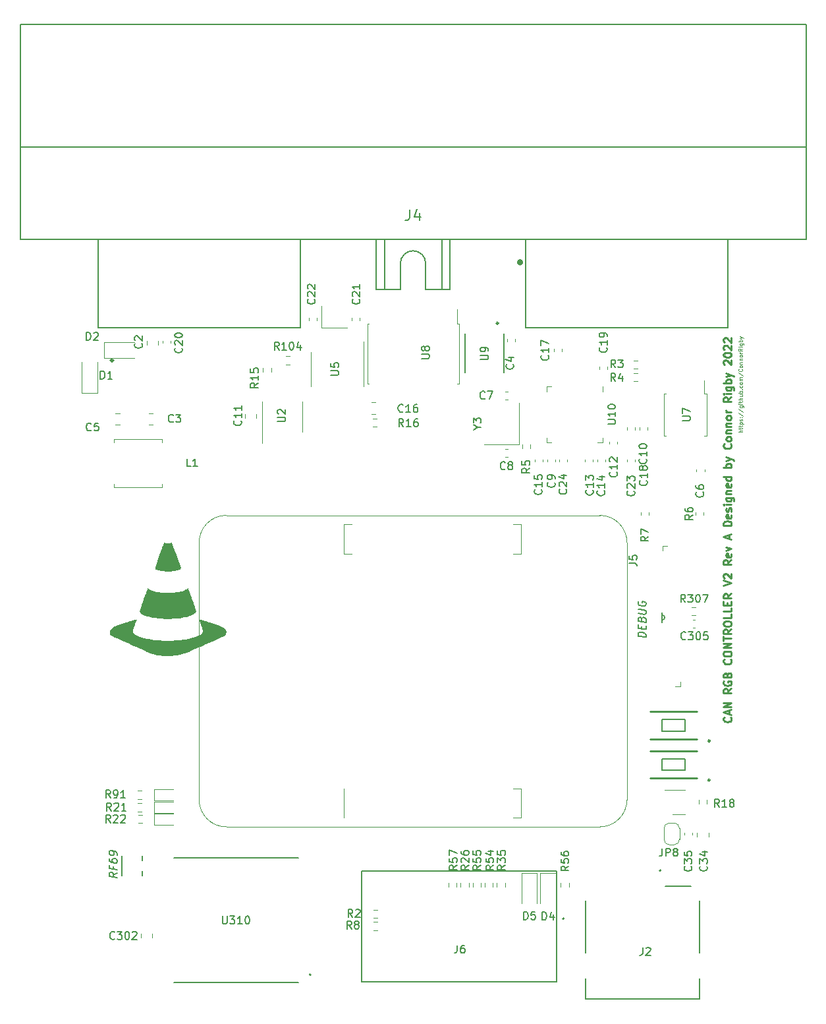
<source format=gto>
G04 #@! TF.GenerationSoftware,KiCad,Pcbnew,(6.0.2-0)*
G04 #@! TF.CreationDate,2022-04-11T21:35:17-06:00*
G04 #@! TF.ProjectId,CONEPROJ,434f4e45-5052-44f4-9a2e-6b696361645f,rev?*
G04 #@! TF.SameCoordinates,Original*
G04 #@! TF.FileFunction,Legend,Top*
G04 #@! TF.FilePolarity,Positive*
%FSLAX46Y46*%
G04 Gerber Fmt 4.6, Leading zero omitted, Abs format (unit mm)*
G04 Created by KiCad (PCBNEW (6.0.2-0)) date 2022-04-11 21:35:17*
%MOMM*%
%LPD*%
G01*
G04 APERTURE LIST*
%ADD10C,0.150000*%
%ADD11C,0.250000*%
%ADD12C,0.125000*%
%ADD13C,0.300000*%
%ADD14C,0.120000*%
%ADD15C,0.127000*%
%ADD16C,0.200000*%
%ADD17C,0.254000*%
%ADD18C,0.203200*%
%ADD19C,0.400000*%
%ADD20C,0.152400*%
%ADD21C,0.304800*%
G04 APERTURE END LIST*
D10*
X96925745Y-93130796D02*
X95925745Y-93005796D01*
X95925745Y-92767701D01*
X95973365Y-92630796D01*
X96068603Y-92547463D01*
X96163841Y-92511749D01*
X96354317Y-92487939D01*
X96497174Y-92505796D01*
X96687650Y-92577225D01*
X96782888Y-92636749D01*
X96878126Y-92743892D01*
X96925745Y-92892701D01*
X96925745Y-93130796D01*
X96401936Y-92065320D02*
X96401936Y-91731987D01*
X96925745Y-91654606D02*
X96925745Y-92130796D01*
X95925745Y-92005796D01*
X95925745Y-91529606D01*
X96401936Y-90827225D02*
X96449555Y-90690320D01*
X96497174Y-90648654D01*
X96592412Y-90612939D01*
X96735269Y-90630796D01*
X96830507Y-90690320D01*
X96878126Y-90743892D01*
X96925745Y-90845082D01*
X96925745Y-91226034D01*
X95925745Y-91101034D01*
X95925745Y-90767701D01*
X95973365Y-90678415D01*
X96020984Y-90636749D01*
X96116222Y-90601034D01*
X96211460Y-90612939D01*
X96306698Y-90672463D01*
X96354317Y-90726034D01*
X96401936Y-90827225D01*
X96401936Y-91160558D01*
X95925745Y-90101034D02*
X96735269Y-90202225D01*
X96830507Y-90166511D01*
X96878126Y-90124844D01*
X96925745Y-90035558D01*
X96925745Y-89845082D01*
X96878126Y-89743892D01*
X96830507Y-89690320D01*
X96735269Y-89630796D01*
X95925745Y-89529606D01*
X95973365Y-88535558D02*
X95925745Y-88624844D01*
X95925745Y-88767701D01*
X95973365Y-88916511D01*
X96068603Y-89023654D01*
X96163841Y-89083177D01*
X96354317Y-89154606D01*
X96497174Y-89172463D01*
X96687650Y-89148654D01*
X96782888Y-89112939D01*
X96878126Y-89029606D01*
X96925745Y-88892701D01*
X96925745Y-88797463D01*
X96878126Y-88648654D01*
X96830507Y-88595082D01*
X96497174Y-88553415D01*
X96497174Y-88743892D01*
X28952380Y-123416101D02*
X28476190Y-123689910D01*
X28952380Y-123987529D02*
X27952380Y-123862529D01*
X27952380Y-123481577D01*
X28000000Y-123392291D01*
X28047619Y-123350625D01*
X28142857Y-123314910D01*
X28285714Y-123332767D01*
X28380952Y-123392291D01*
X28428571Y-123445863D01*
X28476190Y-123547053D01*
X28476190Y-123928005D01*
X28428571Y-122588720D02*
X28428571Y-122922053D01*
X28952380Y-122987529D02*
X27952380Y-122862529D01*
X27952380Y-122386339D01*
X27952380Y-121576815D02*
X27952380Y-121767291D01*
X28000000Y-121868482D01*
X28047619Y-121922053D01*
X28190476Y-122035148D01*
X28380952Y-122106577D01*
X28761904Y-122154196D01*
X28857142Y-122118482D01*
X28904761Y-122076815D01*
X28952380Y-121987529D01*
X28952380Y-121797053D01*
X28904761Y-121695863D01*
X28857142Y-121642291D01*
X28761904Y-121582767D01*
X28523809Y-121553005D01*
X28428571Y-121588720D01*
X28380952Y-121630386D01*
X28333333Y-121719672D01*
X28333333Y-121910148D01*
X28380952Y-122011339D01*
X28428571Y-122064910D01*
X28523809Y-122124434D01*
X28952380Y-121130386D02*
X28952380Y-120939910D01*
X28904761Y-120838720D01*
X28857142Y-120785148D01*
X28714285Y-120672053D01*
X28523809Y-120600625D01*
X28142857Y-120553005D01*
X28047619Y-120588720D01*
X28000000Y-120630386D01*
X27952380Y-120719672D01*
X27952380Y-120910148D01*
X28000000Y-121011339D01*
X28047619Y-121064910D01*
X28142857Y-121124434D01*
X28380952Y-121154196D01*
X28476190Y-121118482D01*
X28523809Y-121076815D01*
X28571428Y-120987529D01*
X28571428Y-120797053D01*
X28523809Y-120695863D01*
X28476190Y-120642291D01*
X28380952Y-120582767D01*
D11*
X107817142Y-103417619D02*
X107864761Y-103465238D01*
X107912380Y-103608095D01*
X107912380Y-103703333D01*
X107864761Y-103846190D01*
X107769523Y-103941428D01*
X107674285Y-103989047D01*
X107483809Y-104036666D01*
X107340952Y-104036666D01*
X107150476Y-103989047D01*
X107055238Y-103941428D01*
X106960000Y-103846190D01*
X106912380Y-103703333D01*
X106912380Y-103608095D01*
X106960000Y-103465238D01*
X107007619Y-103417619D01*
X107626666Y-103036666D02*
X107626666Y-102560476D01*
X107912380Y-103131904D02*
X106912380Y-102798571D01*
X107912380Y-102465238D01*
X107912380Y-102131904D02*
X106912380Y-102131904D01*
X107912380Y-101560476D01*
X106912380Y-101560476D01*
X107912380Y-99750952D02*
X107436190Y-100084285D01*
X107912380Y-100322380D02*
X106912380Y-100322380D01*
X106912380Y-99941428D01*
X106960000Y-99846190D01*
X107007619Y-99798571D01*
X107102857Y-99750952D01*
X107245714Y-99750952D01*
X107340952Y-99798571D01*
X107388571Y-99846190D01*
X107436190Y-99941428D01*
X107436190Y-100322380D01*
X106960000Y-98798571D02*
X106912380Y-98893809D01*
X106912380Y-99036666D01*
X106960000Y-99179523D01*
X107055238Y-99274761D01*
X107150476Y-99322380D01*
X107340952Y-99370000D01*
X107483809Y-99370000D01*
X107674285Y-99322380D01*
X107769523Y-99274761D01*
X107864761Y-99179523D01*
X107912380Y-99036666D01*
X107912380Y-98941428D01*
X107864761Y-98798571D01*
X107817142Y-98750952D01*
X107483809Y-98750952D01*
X107483809Y-98941428D01*
X107388571Y-97989047D02*
X107436190Y-97846190D01*
X107483809Y-97798571D01*
X107579047Y-97750952D01*
X107721904Y-97750952D01*
X107817142Y-97798571D01*
X107864761Y-97846190D01*
X107912380Y-97941428D01*
X107912380Y-98322380D01*
X106912380Y-98322380D01*
X106912380Y-97989047D01*
X106960000Y-97893809D01*
X107007619Y-97846190D01*
X107102857Y-97798571D01*
X107198095Y-97798571D01*
X107293333Y-97846190D01*
X107340952Y-97893809D01*
X107388571Y-97989047D01*
X107388571Y-98322380D01*
X107817142Y-95989047D02*
X107864761Y-96036666D01*
X107912380Y-96179523D01*
X107912380Y-96274761D01*
X107864761Y-96417619D01*
X107769523Y-96512857D01*
X107674285Y-96560476D01*
X107483809Y-96608095D01*
X107340952Y-96608095D01*
X107150476Y-96560476D01*
X107055238Y-96512857D01*
X106960000Y-96417619D01*
X106912380Y-96274761D01*
X106912380Y-96179523D01*
X106960000Y-96036666D01*
X107007619Y-95989047D01*
X106912380Y-95370000D02*
X106912380Y-95179523D01*
X106960000Y-95084285D01*
X107055238Y-94989047D01*
X107245714Y-94941428D01*
X107579047Y-94941428D01*
X107769523Y-94989047D01*
X107864761Y-95084285D01*
X107912380Y-95179523D01*
X107912380Y-95370000D01*
X107864761Y-95465238D01*
X107769523Y-95560476D01*
X107579047Y-95608095D01*
X107245714Y-95608095D01*
X107055238Y-95560476D01*
X106960000Y-95465238D01*
X106912380Y-95370000D01*
X107912380Y-94512857D02*
X106912380Y-94512857D01*
X107912380Y-93941428D01*
X106912380Y-93941428D01*
X106912380Y-93608095D02*
X106912380Y-93036666D01*
X107912380Y-93322380D02*
X106912380Y-93322380D01*
X107912380Y-92131904D02*
X107436190Y-92465238D01*
X107912380Y-92703333D02*
X106912380Y-92703333D01*
X106912380Y-92322380D01*
X106960000Y-92227142D01*
X107007619Y-92179523D01*
X107102857Y-92131904D01*
X107245714Y-92131904D01*
X107340952Y-92179523D01*
X107388571Y-92227142D01*
X107436190Y-92322380D01*
X107436190Y-92703333D01*
X106912380Y-91512857D02*
X106912380Y-91322380D01*
X106960000Y-91227142D01*
X107055238Y-91131904D01*
X107245714Y-91084285D01*
X107579047Y-91084285D01*
X107769523Y-91131904D01*
X107864761Y-91227142D01*
X107912380Y-91322380D01*
X107912380Y-91512857D01*
X107864761Y-91608095D01*
X107769523Y-91703333D01*
X107579047Y-91750952D01*
X107245714Y-91750952D01*
X107055238Y-91703333D01*
X106960000Y-91608095D01*
X106912380Y-91512857D01*
X107912380Y-90179523D02*
X107912380Y-90655714D01*
X106912380Y-90655714D01*
X107912380Y-89370000D02*
X107912380Y-89846190D01*
X106912380Y-89846190D01*
X107388571Y-89036666D02*
X107388571Y-88703333D01*
X107912380Y-88560476D02*
X107912380Y-89036666D01*
X106912380Y-89036666D01*
X106912380Y-88560476D01*
X107912380Y-87560476D02*
X107436190Y-87893809D01*
X107912380Y-88131904D02*
X106912380Y-88131904D01*
X106912380Y-87750952D01*
X106960000Y-87655714D01*
X107007619Y-87608095D01*
X107102857Y-87560476D01*
X107245714Y-87560476D01*
X107340952Y-87608095D01*
X107388571Y-87655714D01*
X107436190Y-87750952D01*
X107436190Y-88131904D01*
X106912380Y-86512857D02*
X107912380Y-86179523D01*
X106912380Y-85846190D01*
X107007619Y-85560476D02*
X106960000Y-85512857D01*
X106912380Y-85417619D01*
X106912380Y-85179523D01*
X106960000Y-85084285D01*
X107007619Y-85036666D01*
X107102857Y-84989047D01*
X107198095Y-84989047D01*
X107340952Y-85036666D01*
X107912380Y-85608095D01*
X107912380Y-84989047D01*
X107912380Y-83227142D02*
X107436190Y-83560476D01*
X107912380Y-83798571D02*
X106912380Y-83798571D01*
X106912380Y-83417619D01*
X106960000Y-83322380D01*
X107007619Y-83274761D01*
X107102857Y-83227142D01*
X107245714Y-83227142D01*
X107340952Y-83274761D01*
X107388571Y-83322380D01*
X107436190Y-83417619D01*
X107436190Y-83798571D01*
X107864761Y-82417619D02*
X107912380Y-82512857D01*
X107912380Y-82703333D01*
X107864761Y-82798571D01*
X107769523Y-82846190D01*
X107388571Y-82846190D01*
X107293333Y-82798571D01*
X107245714Y-82703333D01*
X107245714Y-82512857D01*
X107293333Y-82417619D01*
X107388571Y-82370000D01*
X107483809Y-82370000D01*
X107579047Y-82846190D01*
X107245714Y-82036666D02*
X107912380Y-81798571D01*
X107245714Y-81560476D01*
X107626666Y-80465238D02*
X107626666Y-79989047D01*
X107912380Y-80560476D02*
X106912380Y-80227142D01*
X107912380Y-79893809D01*
X107912380Y-78798571D02*
X106912380Y-78798571D01*
X106912380Y-78560476D01*
X106960000Y-78417619D01*
X107055238Y-78322380D01*
X107150476Y-78274761D01*
X107340952Y-78227142D01*
X107483809Y-78227142D01*
X107674285Y-78274761D01*
X107769523Y-78322380D01*
X107864761Y-78417619D01*
X107912380Y-78560476D01*
X107912380Y-78798571D01*
X107864761Y-77417619D02*
X107912380Y-77512857D01*
X107912380Y-77703333D01*
X107864761Y-77798571D01*
X107769523Y-77846190D01*
X107388571Y-77846190D01*
X107293333Y-77798571D01*
X107245714Y-77703333D01*
X107245714Y-77512857D01*
X107293333Y-77417619D01*
X107388571Y-77370000D01*
X107483809Y-77370000D01*
X107579047Y-77846190D01*
X107864761Y-76989047D02*
X107912380Y-76893809D01*
X107912380Y-76703333D01*
X107864761Y-76608095D01*
X107769523Y-76560476D01*
X107721904Y-76560476D01*
X107626666Y-76608095D01*
X107579047Y-76703333D01*
X107579047Y-76846190D01*
X107531428Y-76941428D01*
X107436190Y-76989047D01*
X107388571Y-76989047D01*
X107293333Y-76941428D01*
X107245714Y-76846190D01*
X107245714Y-76703333D01*
X107293333Y-76608095D01*
X107912380Y-76131904D02*
X107245714Y-76131904D01*
X106912380Y-76131904D02*
X106960000Y-76179523D01*
X107007619Y-76131904D01*
X106960000Y-76084285D01*
X106912380Y-76131904D01*
X107007619Y-76131904D01*
X107245714Y-75227142D02*
X108055238Y-75227142D01*
X108150476Y-75274761D01*
X108198095Y-75322380D01*
X108245714Y-75417619D01*
X108245714Y-75560476D01*
X108198095Y-75655714D01*
X107864761Y-75227142D02*
X107912380Y-75322380D01*
X107912380Y-75512857D01*
X107864761Y-75608095D01*
X107817142Y-75655714D01*
X107721904Y-75703333D01*
X107436190Y-75703333D01*
X107340952Y-75655714D01*
X107293333Y-75608095D01*
X107245714Y-75512857D01*
X107245714Y-75322380D01*
X107293333Y-75227142D01*
X107245714Y-74750952D02*
X107912380Y-74750952D01*
X107340952Y-74750952D02*
X107293333Y-74703333D01*
X107245714Y-74608095D01*
X107245714Y-74465238D01*
X107293333Y-74370000D01*
X107388571Y-74322380D01*
X107912380Y-74322380D01*
X107864761Y-73465238D02*
X107912380Y-73560476D01*
X107912380Y-73750952D01*
X107864761Y-73846190D01*
X107769523Y-73893809D01*
X107388571Y-73893809D01*
X107293333Y-73846190D01*
X107245714Y-73750952D01*
X107245714Y-73560476D01*
X107293333Y-73465238D01*
X107388571Y-73417619D01*
X107483809Y-73417619D01*
X107579047Y-73893809D01*
X107912380Y-72560476D02*
X106912380Y-72560476D01*
X107864761Y-72560476D02*
X107912380Y-72655714D01*
X107912380Y-72846190D01*
X107864761Y-72941428D01*
X107817142Y-72989047D01*
X107721904Y-73036666D01*
X107436190Y-73036666D01*
X107340952Y-72989047D01*
X107293333Y-72941428D01*
X107245714Y-72846190D01*
X107245714Y-72655714D01*
X107293333Y-72560476D01*
X107912380Y-71322380D02*
X106912380Y-71322380D01*
X107293333Y-71322380D02*
X107245714Y-71227142D01*
X107245714Y-71036666D01*
X107293333Y-70941428D01*
X107340952Y-70893809D01*
X107436190Y-70846190D01*
X107721904Y-70846190D01*
X107817142Y-70893809D01*
X107864761Y-70941428D01*
X107912380Y-71036666D01*
X107912380Y-71227142D01*
X107864761Y-71322380D01*
X107245714Y-70512857D02*
X107912380Y-70274761D01*
X107245714Y-70036666D02*
X107912380Y-70274761D01*
X108150476Y-70370000D01*
X108198095Y-70417619D01*
X108245714Y-70512857D01*
X107817142Y-68322380D02*
X107864761Y-68370000D01*
X107912380Y-68512857D01*
X107912380Y-68608095D01*
X107864761Y-68750952D01*
X107769523Y-68846190D01*
X107674285Y-68893809D01*
X107483809Y-68941428D01*
X107340952Y-68941428D01*
X107150476Y-68893809D01*
X107055238Y-68846190D01*
X106960000Y-68750952D01*
X106912380Y-68608095D01*
X106912380Y-68512857D01*
X106960000Y-68370000D01*
X107007619Y-68322380D01*
X107912380Y-67750952D02*
X107864761Y-67846190D01*
X107817142Y-67893809D01*
X107721904Y-67941428D01*
X107436190Y-67941428D01*
X107340952Y-67893809D01*
X107293333Y-67846190D01*
X107245714Y-67750952D01*
X107245714Y-67608095D01*
X107293333Y-67512857D01*
X107340952Y-67465238D01*
X107436190Y-67417619D01*
X107721904Y-67417619D01*
X107817142Y-67465238D01*
X107864761Y-67512857D01*
X107912380Y-67608095D01*
X107912380Y-67750952D01*
X107245714Y-66989047D02*
X107912380Y-66989047D01*
X107340952Y-66989047D02*
X107293333Y-66941428D01*
X107245714Y-66846190D01*
X107245714Y-66703333D01*
X107293333Y-66608095D01*
X107388571Y-66560476D01*
X107912380Y-66560476D01*
X107245714Y-66084285D02*
X107912380Y-66084285D01*
X107340952Y-66084285D02*
X107293333Y-66036666D01*
X107245714Y-65941428D01*
X107245714Y-65798571D01*
X107293333Y-65703333D01*
X107388571Y-65655714D01*
X107912380Y-65655714D01*
X107912380Y-65036666D02*
X107864761Y-65131904D01*
X107817142Y-65179523D01*
X107721904Y-65227142D01*
X107436190Y-65227142D01*
X107340952Y-65179523D01*
X107293333Y-65131904D01*
X107245714Y-65036666D01*
X107245714Y-64893809D01*
X107293333Y-64798571D01*
X107340952Y-64750952D01*
X107436190Y-64703333D01*
X107721904Y-64703333D01*
X107817142Y-64750952D01*
X107864761Y-64798571D01*
X107912380Y-64893809D01*
X107912380Y-65036666D01*
X107912380Y-64274761D02*
X107245714Y-64274761D01*
X107436190Y-64274761D02*
X107340952Y-64227142D01*
X107293333Y-64179523D01*
X107245714Y-64084285D01*
X107245714Y-63989047D01*
X107912380Y-62322380D02*
X107436190Y-62655714D01*
X107912380Y-62893809D02*
X106912380Y-62893809D01*
X106912380Y-62512857D01*
X106960000Y-62417619D01*
X107007619Y-62370000D01*
X107102857Y-62322380D01*
X107245714Y-62322380D01*
X107340952Y-62370000D01*
X107388571Y-62417619D01*
X107436190Y-62512857D01*
X107436190Y-62893809D01*
X107912380Y-61893809D02*
X107245714Y-61893809D01*
X106912380Y-61893809D02*
X106960000Y-61941428D01*
X107007619Y-61893809D01*
X106960000Y-61846190D01*
X106912380Y-61893809D01*
X107007619Y-61893809D01*
X107245714Y-60989047D02*
X108055238Y-60989047D01*
X108150476Y-61036666D01*
X108198095Y-61084285D01*
X108245714Y-61179523D01*
X108245714Y-61322380D01*
X108198095Y-61417619D01*
X107864761Y-60989047D02*
X107912380Y-61084285D01*
X107912380Y-61274761D01*
X107864761Y-61370000D01*
X107817142Y-61417619D01*
X107721904Y-61465238D01*
X107436190Y-61465238D01*
X107340952Y-61417619D01*
X107293333Y-61370000D01*
X107245714Y-61274761D01*
X107245714Y-61084285D01*
X107293333Y-60989047D01*
X107912380Y-60512857D02*
X106912380Y-60512857D01*
X107293333Y-60512857D02*
X107245714Y-60417619D01*
X107245714Y-60227142D01*
X107293333Y-60131904D01*
X107340952Y-60084285D01*
X107436190Y-60036666D01*
X107721904Y-60036666D01*
X107817142Y-60084285D01*
X107864761Y-60131904D01*
X107912380Y-60227142D01*
X107912380Y-60417619D01*
X107864761Y-60512857D01*
X107245714Y-59703333D02*
X107912380Y-59465238D01*
X107245714Y-59227142D02*
X107912380Y-59465238D01*
X108150476Y-59560476D01*
X108198095Y-59608095D01*
X108245714Y-59703333D01*
X107007619Y-58131904D02*
X106960000Y-58084285D01*
X106912380Y-57989047D01*
X106912380Y-57750952D01*
X106960000Y-57655714D01*
X107007619Y-57608095D01*
X107102857Y-57560476D01*
X107198095Y-57560476D01*
X107340952Y-57608095D01*
X107912380Y-58179523D01*
X107912380Y-57560476D01*
X106912380Y-56941428D02*
X106912380Y-56846190D01*
X106960000Y-56750952D01*
X107007619Y-56703333D01*
X107102857Y-56655714D01*
X107293333Y-56608095D01*
X107531428Y-56608095D01*
X107721904Y-56655714D01*
X107817142Y-56703333D01*
X107864761Y-56750952D01*
X107912380Y-56846190D01*
X107912380Y-56941428D01*
X107864761Y-57036666D01*
X107817142Y-57084285D01*
X107721904Y-57131904D01*
X107531428Y-57179523D01*
X107293333Y-57179523D01*
X107102857Y-57131904D01*
X107007619Y-57084285D01*
X106960000Y-57036666D01*
X106912380Y-56941428D01*
X107007619Y-56227142D02*
X106960000Y-56179523D01*
X106912380Y-56084285D01*
X106912380Y-55846190D01*
X106960000Y-55750952D01*
X107007619Y-55703333D01*
X107102857Y-55655714D01*
X107198095Y-55655714D01*
X107340952Y-55703333D01*
X107912380Y-56274761D01*
X107912380Y-55655714D01*
X107007619Y-55274761D02*
X106960000Y-55227142D01*
X106912380Y-55131904D01*
X106912380Y-54893809D01*
X106960000Y-54798571D01*
X107007619Y-54750952D01*
X107102857Y-54703333D01*
X107198095Y-54703333D01*
X107340952Y-54750952D01*
X107912380Y-55322380D01*
X107912380Y-54703333D01*
D12*
X109326190Y-66807142D02*
X108826190Y-66807142D01*
X109326190Y-66592857D02*
X109064285Y-66592857D01*
X109016666Y-66616666D01*
X108992857Y-66664285D01*
X108992857Y-66735714D01*
X109016666Y-66783333D01*
X109040476Y-66807142D01*
X108992857Y-66426190D02*
X108992857Y-66235714D01*
X108826190Y-66354761D02*
X109254761Y-66354761D01*
X109302380Y-66330952D01*
X109326190Y-66283333D01*
X109326190Y-66235714D01*
X108992857Y-66140476D02*
X108992857Y-65950000D01*
X108826190Y-66069047D02*
X109254761Y-66069047D01*
X109302380Y-66045238D01*
X109326190Y-65997619D01*
X109326190Y-65950000D01*
X108992857Y-65783333D02*
X109492857Y-65783333D01*
X109016666Y-65783333D02*
X108992857Y-65735714D01*
X108992857Y-65640476D01*
X109016666Y-65592857D01*
X109040476Y-65569047D01*
X109088095Y-65545238D01*
X109230952Y-65545238D01*
X109278571Y-65569047D01*
X109302380Y-65592857D01*
X109326190Y-65640476D01*
X109326190Y-65735714D01*
X109302380Y-65783333D01*
X109302380Y-65354761D02*
X109326190Y-65307142D01*
X109326190Y-65211904D01*
X109302380Y-65164285D01*
X109254761Y-65140476D01*
X109230952Y-65140476D01*
X109183333Y-65164285D01*
X109159523Y-65211904D01*
X109159523Y-65283333D01*
X109135714Y-65330952D01*
X109088095Y-65354761D01*
X109064285Y-65354761D01*
X109016666Y-65330952D01*
X108992857Y-65283333D01*
X108992857Y-65211904D01*
X109016666Y-65164285D01*
X109278571Y-64926190D02*
X109302380Y-64902380D01*
X109326190Y-64926190D01*
X109302380Y-64950000D01*
X109278571Y-64926190D01*
X109326190Y-64926190D01*
X109016666Y-64926190D02*
X109040476Y-64902380D01*
X109064285Y-64926190D01*
X109040476Y-64950000D01*
X109016666Y-64926190D01*
X109064285Y-64926190D01*
X108802380Y-64330952D02*
X109445238Y-64759523D01*
X108802380Y-63807142D02*
X109445238Y-64235714D01*
X108992857Y-63426190D02*
X109397619Y-63426190D01*
X109445238Y-63450000D01*
X109469047Y-63473809D01*
X109492857Y-63521428D01*
X109492857Y-63592857D01*
X109469047Y-63640476D01*
X109302380Y-63426190D02*
X109326190Y-63473809D01*
X109326190Y-63569047D01*
X109302380Y-63616666D01*
X109278571Y-63640476D01*
X109230952Y-63664285D01*
X109088095Y-63664285D01*
X109040476Y-63640476D01*
X109016666Y-63616666D01*
X108992857Y-63569047D01*
X108992857Y-63473809D01*
X109016666Y-63426190D01*
X109326190Y-63188095D02*
X108992857Y-63188095D01*
X108826190Y-63188095D02*
X108850000Y-63211904D01*
X108873809Y-63188095D01*
X108850000Y-63164285D01*
X108826190Y-63188095D01*
X108873809Y-63188095D01*
X108992857Y-63021428D02*
X108992857Y-62830952D01*
X108826190Y-62950000D02*
X109254761Y-62950000D01*
X109302380Y-62926190D01*
X109326190Y-62878571D01*
X109326190Y-62830952D01*
X109326190Y-62664285D02*
X108826190Y-62664285D01*
X109326190Y-62450000D02*
X109064285Y-62450000D01*
X109016666Y-62473809D01*
X108992857Y-62521428D01*
X108992857Y-62592857D01*
X109016666Y-62640476D01*
X109040476Y-62664285D01*
X108992857Y-61997619D02*
X109326190Y-61997619D01*
X108992857Y-62211904D02*
X109254761Y-62211904D01*
X109302380Y-62188095D01*
X109326190Y-62140476D01*
X109326190Y-62069047D01*
X109302380Y-62021428D01*
X109278571Y-61997619D01*
X109326190Y-61759523D02*
X108826190Y-61759523D01*
X109016666Y-61759523D02*
X108992857Y-61711904D01*
X108992857Y-61616666D01*
X109016666Y-61569047D01*
X109040476Y-61545238D01*
X109088095Y-61521428D01*
X109230952Y-61521428D01*
X109278571Y-61545238D01*
X109302380Y-61569047D01*
X109326190Y-61616666D01*
X109326190Y-61711904D01*
X109302380Y-61759523D01*
X109278571Y-61307142D02*
X109302380Y-61283333D01*
X109326190Y-61307142D01*
X109302380Y-61330952D01*
X109278571Y-61307142D01*
X109326190Y-61307142D01*
X109302380Y-60854761D02*
X109326190Y-60902380D01*
X109326190Y-60997619D01*
X109302380Y-61045238D01*
X109278571Y-61069047D01*
X109230952Y-61092857D01*
X109088095Y-61092857D01*
X109040476Y-61069047D01*
X109016666Y-61045238D01*
X108992857Y-60997619D01*
X108992857Y-60902380D01*
X109016666Y-60854761D01*
X109326190Y-60569047D02*
X109302380Y-60616666D01*
X109278571Y-60640476D01*
X109230952Y-60664285D01*
X109088095Y-60664285D01*
X109040476Y-60640476D01*
X109016666Y-60616666D01*
X108992857Y-60569047D01*
X108992857Y-60497619D01*
X109016666Y-60450000D01*
X109040476Y-60426190D01*
X109088095Y-60402380D01*
X109230952Y-60402380D01*
X109278571Y-60426190D01*
X109302380Y-60450000D01*
X109326190Y-60497619D01*
X109326190Y-60569047D01*
X109326190Y-60188095D02*
X108992857Y-60188095D01*
X109040476Y-60188095D02*
X109016666Y-60164285D01*
X108992857Y-60116666D01*
X108992857Y-60045238D01*
X109016666Y-59997619D01*
X109064285Y-59973809D01*
X109326190Y-59973809D01*
X109064285Y-59973809D02*
X109016666Y-59950000D01*
X108992857Y-59902380D01*
X108992857Y-59830952D01*
X109016666Y-59783333D01*
X109064285Y-59759523D01*
X109326190Y-59759523D01*
X108802380Y-59164285D02*
X109445238Y-59592857D01*
X109278571Y-58711904D02*
X109302380Y-58735714D01*
X109326190Y-58807142D01*
X109326190Y-58854761D01*
X109302380Y-58926190D01*
X109254761Y-58973809D01*
X109207142Y-58997619D01*
X109111904Y-59021428D01*
X109040476Y-59021428D01*
X108945238Y-58997619D01*
X108897619Y-58973809D01*
X108850000Y-58926190D01*
X108826190Y-58854761D01*
X108826190Y-58807142D01*
X108850000Y-58735714D01*
X108873809Y-58711904D01*
X109326190Y-58426190D02*
X109302380Y-58473809D01*
X109278571Y-58497619D01*
X109230952Y-58521428D01*
X109088095Y-58521428D01*
X109040476Y-58497619D01*
X109016666Y-58473809D01*
X108992857Y-58426190D01*
X108992857Y-58354761D01*
X109016666Y-58307142D01*
X109040476Y-58283333D01*
X109088095Y-58259523D01*
X109230952Y-58259523D01*
X109278571Y-58283333D01*
X109302380Y-58307142D01*
X109326190Y-58354761D01*
X109326190Y-58426190D01*
X108992857Y-58045238D02*
X109326190Y-58045238D01*
X109040476Y-58045238D02*
X109016666Y-58021428D01*
X108992857Y-57973809D01*
X108992857Y-57902380D01*
X109016666Y-57854761D01*
X109064285Y-57830952D01*
X109326190Y-57830952D01*
X108992857Y-57592857D02*
X109326190Y-57592857D01*
X109040476Y-57592857D02*
X109016666Y-57569047D01*
X108992857Y-57521428D01*
X108992857Y-57450000D01*
X109016666Y-57402380D01*
X109064285Y-57378571D01*
X109326190Y-57378571D01*
X109326190Y-57069047D02*
X109302380Y-57116666D01*
X109278571Y-57140476D01*
X109230952Y-57164285D01*
X109088095Y-57164285D01*
X109040476Y-57140476D01*
X109016666Y-57116666D01*
X108992857Y-57069047D01*
X108992857Y-56997619D01*
X109016666Y-56950000D01*
X109040476Y-56926190D01*
X109088095Y-56902380D01*
X109230952Y-56902380D01*
X109278571Y-56926190D01*
X109302380Y-56950000D01*
X109326190Y-56997619D01*
X109326190Y-57069047D01*
X109326190Y-56688095D02*
X108992857Y-56688095D01*
X109088095Y-56688095D02*
X109040476Y-56664285D01*
X109016666Y-56640476D01*
X108992857Y-56592857D01*
X108992857Y-56545238D01*
X109326190Y-56092857D02*
X109088095Y-56259523D01*
X109326190Y-56378571D02*
X108826190Y-56378571D01*
X108826190Y-56188095D01*
X108850000Y-56140476D01*
X108873809Y-56116666D01*
X108921428Y-56092857D01*
X108992857Y-56092857D01*
X109040476Y-56116666D01*
X109064285Y-56140476D01*
X109088095Y-56188095D01*
X109088095Y-56378571D01*
X109326190Y-55878571D02*
X108992857Y-55878571D01*
X108826190Y-55878571D02*
X108850000Y-55902380D01*
X108873809Y-55878571D01*
X108850000Y-55854761D01*
X108826190Y-55878571D01*
X108873809Y-55878571D01*
X108992857Y-55426190D02*
X109397619Y-55426190D01*
X109445238Y-55450000D01*
X109469047Y-55473809D01*
X109492857Y-55521428D01*
X109492857Y-55592857D01*
X109469047Y-55640476D01*
X109302380Y-55426190D02*
X109326190Y-55473809D01*
X109326190Y-55569047D01*
X109302380Y-55616666D01*
X109278571Y-55640476D01*
X109230952Y-55664285D01*
X109088095Y-55664285D01*
X109040476Y-55640476D01*
X109016666Y-55616666D01*
X108992857Y-55569047D01*
X108992857Y-55473809D01*
X109016666Y-55426190D01*
X109326190Y-55188095D02*
X108826190Y-55188095D01*
X109016666Y-55188095D02*
X108992857Y-55140476D01*
X108992857Y-55045238D01*
X109016666Y-54997619D01*
X109040476Y-54973809D01*
X109088095Y-54950000D01*
X109230952Y-54950000D01*
X109278571Y-54973809D01*
X109302380Y-54997619D01*
X109326190Y-55045238D01*
X109326190Y-55140476D01*
X109302380Y-55188095D01*
X108992857Y-54783333D02*
X109326190Y-54664285D01*
X108992857Y-54545238D02*
X109326190Y-54664285D01*
X109445238Y-54711904D01*
X109469047Y-54735714D01*
X109492857Y-54783333D01*
D10*
G04 #@! TO.C,C20*
X37257142Y-55992857D02*
X37304761Y-56040476D01*
X37352380Y-56183333D01*
X37352380Y-56278571D01*
X37304761Y-56421428D01*
X37209523Y-56516666D01*
X37114285Y-56564285D01*
X36923809Y-56611904D01*
X36780952Y-56611904D01*
X36590476Y-56564285D01*
X36495238Y-56516666D01*
X36400000Y-56421428D01*
X36352380Y-56278571D01*
X36352380Y-56183333D01*
X36400000Y-56040476D01*
X36447619Y-55992857D01*
X36447619Y-55611904D02*
X36400000Y-55564285D01*
X36352380Y-55469047D01*
X36352380Y-55230952D01*
X36400000Y-55135714D01*
X36447619Y-55088095D01*
X36542857Y-55040476D01*
X36638095Y-55040476D01*
X36780952Y-55088095D01*
X37352380Y-55659523D01*
X37352380Y-55040476D01*
X36352380Y-54421428D02*
X36352380Y-54326190D01*
X36400000Y-54230952D01*
X36447619Y-54183333D01*
X36542857Y-54135714D01*
X36733333Y-54088095D01*
X36971428Y-54088095D01*
X37161904Y-54135714D01*
X37257142Y-54183333D01*
X37304761Y-54230952D01*
X37352380Y-54326190D01*
X37352380Y-54421428D01*
X37304761Y-54516666D01*
X37257142Y-54564285D01*
X37161904Y-54611904D01*
X36971428Y-54659523D01*
X36733333Y-54659523D01*
X36542857Y-54611904D01*
X36447619Y-54564285D01*
X36400000Y-54516666D01*
X36352380Y-54421428D01*
G04 #@! TO.C,C2*
X32107142Y-55416666D02*
X32154761Y-55464285D01*
X32202380Y-55607142D01*
X32202380Y-55702380D01*
X32154761Y-55845238D01*
X32059523Y-55940476D01*
X31964285Y-55988095D01*
X31773809Y-56035714D01*
X31630952Y-56035714D01*
X31440476Y-55988095D01*
X31345238Y-55940476D01*
X31250000Y-55845238D01*
X31202380Y-55702380D01*
X31202380Y-55607142D01*
X31250000Y-55464285D01*
X31297619Y-55416666D01*
X31297619Y-55035714D02*
X31250000Y-54988095D01*
X31202380Y-54892857D01*
X31202380Y-54654761D01*
X31250000Y-54559523D01*
X31297619Y-54511904D01*
X31392857Y-54464285D01*
X31488095Y-54464285D01*
X31630952Y-54511904D01*
X32202380Y-55083333D01*
X32202380Y-54464285D01*
G04 #@! TO.C,U8*
X68102380Y-57361904D02*
X68911904Y-57361904D01*
X69007142Y-57314285D01*
X69054761Y-57266666D01*
X69102380Y-57171428D01*
X69102380Y-56980952D01*
X69054761Y-56885714D01*
X69007142Y-56838095D01*
X68911904Y-56790476D01*
X68102380Y-56790476D01*
X68530952Y-56171428D02*
X68483333Y-56266666D01*
X68435714Y-56314285D01*
X68340476Y-56361904D01*
X68292857Y-56361904D01*
X68197619Y-56314285D01*
X68150000Y-56266666D01*
X68102380Y-56171428D01*
X68102380Y-55980952D01*
X68150000Y-55885714D01*
X68197619Y-55838095D01*
X68292857Y-55790476D01*
X68340476Y-55790476D01*
X68435714Y-55838095D01*
X68483333Y-55885714D01*
X68530952Y-55980952D01*
X68530952Y-56171428D01*
X68578571Y-56266666D01*
X68626190Y-56314285D01*
X68721428Y-56361904D01*
X68911904Y-56361904D01*
X69007142Y-56314285D01*
X69054761Y-56266666D01*
X69102380Y-56171428D01*
X69102380Y-55980952D01*
X69054761Y-55885714D01*
X69007142Y-55838095D01*
X68911904Y-55790476D01*
X68721428Y-55790476D01*
X68626190Y-55838095D01*
X68578571Y-55885714D01*
X68530952Y-55980952D01*
G04 #@! TO.C,D1*
X26811904Y-59977380D02*
X26811904Y-58977380D01*
X27050000Y-58977380D01*
X27192857Y-59025000D01*
X27288095Y-59120238D01*
X27335714Y-59215476D01*
X27383333Y-59405952D01*
X27383333Y-59548809D01*
X27335714Y-59739285D01*
X27288095Y-59834523D01*
X27192857Y-59929761D01*
X27050000Y-59977380D01*
X26811904Y-59977380D01*
X28335714Y-59977380D02*
X27764285Y-59977380D01*
X28050000Y-59977380D02*
X28050000Y-58977380D01*
X27954761Y-59120238D01*
X27859523Y-59215476D01*
X27764285Y-59263095D01*
G04 #@! TO.C,J6*
X72666666Y-132702380D02*
X72666666Y-133416666D01*
X72619047Y-133559523D01*
X72523809Y-133654761D01*
X72380952Y-133702380D01*
X72285714Y-133702380D01*
X73571428Y-132702380D02*
X73380952Y-132702380D01*
X73285714Y-132750000D01*
X73238095Y-132797619D01*
X73142857Y-132940476D01*
X73095238Y-133130952D01*
X73095238Y-133511904D01*
X73142857Y-133607142D01*
X73190476Y-133654761D01*
X73285714Y-133702380D01*
X73476190Y-133702380D01*
X73571428Y-133654761D01*
X73619047Y-133607142D01*
X73666666Y-133511904D01*
X73666666Y-133273809D01*
X73619047Y-133178571D01*
X73571428Y-133130952D01*
X73476190Y-133083333D01*
X73285714Y-133083333D01*
X73190476Y-133130952D01*
X73142857Y-133178571D01*
X73095238Y-133273809D01*
G04 #@! TO.C,R307*
X101990952Y-88662380D02*
X101657619Y-88186190D01*
X101419523Y-88662380D02*
X101419523Y-87662380D01*
X101800476Y-87662380D01*
X101895714Y-87710000D01*
X101943333Y-87757619D01*
X101990952Y-87852857D01*
X101990952Y-87995714D01*
X101943333Y-88090952D01*
X101895714Y-88138571D01*
X101800476Y-88186190D01*
X101419523Y-88186190D01*
X102324285Y-87662380D02*
X102943333Y-87662380D01*
X102610000Y-88043333D01*
X102752857Y-88043333D01*
X102848095Y-88090952D01*
X102895714Y-88138571D01*
X102943333Y-88233809D01*
X102943333Y-88471904D01*
X102895714Y-88567142D01*
X102848095Y-88614761D01*
X102752857Y-88662380D01*
X102467142Y-88662380D01*
X102371904Y-88614761D01*
X102324285Y-88567142D01*
X103562380Y-87662380D02*
X103657619Y-87662380D01*
X103752857Y-87710000D01*
X103800476Y-87757619D01*
X103848095Y-87852857D01*
X103895714Y-88043333D01*
X103895714Y-88281428D01*
X103848095Y-88471904D01*
X103800476Y-88567142D01*
X103752857Y-88614761D01*
X103657619Y-88662380D01*
X103562380Y-88662380D01*
X103467142Y-88614761D01*
X103419523Y-88567142D01*
X103371904Y-88471904D01*
X103324285Y-88281428D01*
X103324285Y-88043333D01*
X103371904Y-87852857D01*
X103419523Y-87757619D01*
X103467142Y-87710000D01*
X103562380Y-87662380D01*
X104229047Y-87662380D02*
X104895714Y-87662380D01*
X104467142Y-88662380D01*
G04 #@! TO.C,U5*
X56452380Y-59481904D02*
X57261904Y-59481904D01*
X57357142Y-59434285D01*
X57404761Y-59386666D01*
X57452380Y-59291428D01*
X57452380Y-59100952D01*
X57404761Y-59005714D01*
X57357142Y-58958095D01*
X57261904Y-58910476D01*
X56452380Y-58910476D01*
X56452380Y-57958095D02*
X56452380Y-58434285D01*
X56928571Y-58481904D01*
X56880952Y-58434285D01*
X56833333Y-58339047D01*
X56833333Y-58100952D01*
X56880952Y-58005714D01*
X56928571Y-57958095D01*
X57023809Y-57910476D01*
X57261904Y-57910476D01*
X57357142Y-57958095D01*
X57404761Y-58005714D01*
X57452380Y-58100952D01*
X57452380Y-58339047D01*
X57404761Y-58434285D01*
X57357142Y-58481904D01*
G04 #@! TO.C,J5*
X94772380Y-83633333D02*
X95486666Y-83633333D01*
X95629523Y-83680952D01*
X95724761Y-83776190D01*
X95772380Y-83919047D01*
X95772380Y-84014285D01*
X94772380Y-82680952D02*
X94772380Y-83157142D01*
X95248571Y-83204761D01*
X95200952Y-83157142D01*
X95153333Y-83061904D01*
X95153333Y-82823809D01*
X95200952Y-82728571D01*
X95248571Y-82680952D01*
X95343809Y-82633333D01*
X95581904Y-82633333D01*
X95677142Y-82680952D01*
X95724761Y-82728571D01*
X95772380Y-82823809D01*
X95772380Y-83061904D01*
X95724761Y-83157142D01*
X95677142Y-83204761D01*
G04 #@! TO.C,R35*
X78852380Y-122442857D02*
X78376190Y-122776190D01*
X78852380Y-123014285D02*
X77852380Y-123014285D01*
X77852380Y-122633333D01*
X77900000Y-122538095D01*
X77947619Y-122490476D01*
X78042857Y-122442857D01*
X78185714Y-122442857D01*
X78280952Y-122490476D01*
X78328571Y-122538095D01*
X78376190Y-122633333D01*
X78376190Y-123014285D01*
X77852380Y-122109523D02*
X77852380Y-121490476D01*
X78233333Y-121823809D01*
X78233333Y-121680952D01*
X78280952Y-121585714D01*
X78328571Y-121538095D01*
X78423809Y-121490476D01*
X78661904Y-121490476D01*
X78757142Y-121538095D01*
X78804761Y-121585714D01*
X78852380Y-121680952D01*
X78852380Y-121966666D01*
X78804761Y-122061904D01*
X78757142Y-122109523D01*
X77852380Y-120585714D02*
X77852380Y-121061904D01*
X78328571Y-121109523D01*
X78280952Y-121061904D01*
X78233333Y-120966666D01*
X78233333Y-120728571D01*
X78280952Y-120633333D01*
X78328571Y-120585714D01*
X78423809Y-120538095D01*
X78661904Y-120538095D01*
X78757142Y-120585714D01*
X78804761Y-120633333D01*
X78852380Y-120728571D01*
X78852380Y-120966666D01*
X78804761Y-121061904D01*
X78757142Y-121109523D01*
G04 #@! TO.C,C34*
X104744642Y-122542857D02*
X104792261Y-122590476D01*
X104839880Y-122733333D01*
X104839880Y-122828571D01*
X104792261Y-122971428D01*
X104697023Y-123066666D01*
X104601785Y-123114285D01*
X104411309Y-123161904D01*
X104268452Y-123161904D01*
X104077976Y-123114285D01*
X103982738Y-123066666D01*
X103887500Y-122971428D01*
X103839880Y-122828571D01*
X103839880Y-122733333D01*
X103887500Y-122590476D01*
X103935119Y-122542857D01*
X103839880Y-122209523D02*
X103839880Y-121590476D01*
X104220833Y-121923809D01*
X104220833Y-121780952D01*
X104268452Y-121685714D01*
X104316071Y-121638095D01*
X104411309Y-121590476D01*
X104649404Y-121590476D01*
X104744642Y-121638095D01*
X104792261Y-121685714D01*
X104839880Y-121780952D01*
X104839880Y-122066666D01*
X104792261Y-122161904D01*
X104744642Y-122209523D01*
X104173214Y-120733333D02*
X104839880Y-120733333D01*
X103792261Y-120971428D02*
X104506547Y-121209523D01*
X104506547Y-120590476D01*
G04 #@! TO.C,JP8*
X99016666Y-120252380D02*
X99016666Y-120966666D01*
X98969047Y-121109523D01*
X98873809Y-121204761D01*
X98730952Y-121252380D01*
X98635714Y-121252380D01*
X99492857Y-121252380D02*
X99492857Y-120252380D01*
X99873809Y-120252380D01*
X99969047Y-120300000D01*
X100016666Y-120347619D01*
X100064285Y-120442857D01*
X100064285Y-120585714D01*
X100016666Y-120680952D01*
X99969047Y-120728571D01*
X99873809Y-120776190D01*
X99492857Y-120776190D01*
X100635714Y-120680952D02*
X100540476Y-120633333D01*
X100492857Y-120585714D01*
X100445238Y-120490476D01*
X100445238Y-120442857D01*
X100492857Y-120347619D01*
X100540476Y-120300000D01*
X100635714Y-120252380D01*
X100826190Y-120252380D01*
X100921428Y-120300000D01*
X100969047Y-120347619D01*
X101016666Y-120442857D01*
X101016666Y-120490476D01*
X100969047Y-120585714D01*
X100921428Y-120633333D01*
X100826190Y-120680952D01*
X100635714Y-120680952D01*
X100540476Y-120728571D01*
X100492857Y-120776190D01*
X100445238Y-120871428D01*
X100445238Y-121061904D01*
X100492857Y-121157142D01*
X100540476Y-121204761D01*
X100635714Y-121252380D01*
X100826190Y-121252380D01*
X100921428Y-121204761D01*
X100969047Y-121157142D01*
X101016666Y-121061904D01*
X101016666Y-120871428D01*
X100969047Y-120776190D01*
X100921428Y-120728571D01*
X100826190Y-120680952D01*
G04 #@! TO.C,R8*
X59083333Y-130602380D02*
X58750000Y-130126190D01*
X58511904Y-130602380D02*
X58511904Y-129602380D01*
X58892857Y-129602380D01*
X58988095Y-129650000D01*
X59035714Y-129697619D01*
X59083333Y-129792857D01*
X59083333Y-129935714D01*
X59035714Y-130030952D01*
X58988095Y-130078571D01*
X58892857Y-130126190D01*
X58511904Y-130126190D01*
X59654761Y-130030952D02*
X59559523Y-129983333D01*
X59511904Y-129935714D01*
X59464285Y-129840476D01*
X59464285Y-129792857D01*
X59511904Y-129697619D01*
X59559523Y-129650000D01*
X59654761Y-129602380D01*
X59845238Y-129602380D01*
X59940476Y-129650000D01*
X59988095Y-129697619D01*
X60035714Y-129792857D01*
X60035714Y-129840476D01*
X59988095Y-129935714D01*
X59940476Y-129983333D01*
X59845238Y-130030952D01*
X59654761Y-130030952D01*
X59559523Y-130078571D01*
X59511904Y-130126190D01*
X59464285Y-130221428D01*
X59464285Y-130411904D01*
X59511904Y-130507142D01*
X59559523Y-130554761D01*
X59654761Y-130602380D01*
X59845238Y-130602380D01*
X59940476Y-130554761D01*
X59988095Y-130507142D01*
X60035714Y-130411904D01*
X60035714Y-130221428D01*
X59988095Y-130126190D01*
X59940476Y-130078571D01*
X59845238Y-130030952D01*
G04 #@! TO.C,C15*
X83482142Y-74192857D02*
X83529761Y-74240476D01*
X83577380Y-74383333D01*
X83577380Y-74478571D01*
X83529761Y-74621428D01*
X83434523Y-74716666D01*
X83339285Y-74764285D01*
X83148809Y-74811904D01*
X83005952Y-74811904D01*
X82815476Y-74764285D01*
X82720238Y-74716666D01*
X82625000Y-74621428D01*
X82577380Y-74478571D01*
X82577380Y-74383333D01*
X82625000Y-74240476D01*
X82672619Y-74192857D01*
X83577380Y-73240476D02*
X83577380Y-73811904D01*
X83577380Y-73526190D02*
X82577380Y-73526190D01*
X82720238Y-73621428D01*
X82815476Y-73716666D01*
X82863095Y-73811904D01*
X82577380Y-72335714D02*
X82577380Y-72811904D01*
X83053571Y-72859523D01*
X83005952Y-72811904D01*
X82958333Y-72716666D01*
X82958333Y-72478571D01*
X83005952Y-72383333D01*
X83053571Y-72335714D01*
X83148809Y-72288095D01*
X83386904Y-72288095D01*
X83482142Y-72335714D01*
X83529761Y-72383333D01*
X83577380Y-72478571D01*
X83577380Y-72716666D01*
X83529761Y-72811904D01*
X83482142Y-72859523D01*
G04 #@! TO.C,R7*
X97252380Y-80216666D02*
X96776190Y-80550000D01*
X97252380Y-80788095D02*
X96252380Y-80788095D01*
X96252380Y-80407142D01*
X96300000Y-80311904D01*
X96347619Y-80264285D01*
X96442857Y-80216666D01*
X96585714Y-80216666D01*
X96680952Y-80264285D01*
X96728571Y-80311904D01*
X96776190Y-80407142D01*
X96776190Y-80788095D01*
X96252380Y-79883333D02*
X96252380Y-79216666D01*
X97252380Y-79645238D01*
G04 #@! TO.C,C302*
X28630952Y-131857142D02*
X28583333Y-131904761D01*
X28440476Y-131952380D01*
X28345238Y-131952380D01*
X28202380Y-131904761D01*
X28107142Y-131809523D01*
X28059523Y-131714285D01*
X28011904Y-131523809D01*
X28011904Y-131380952D01*
X28059523Y-131190476D01*
X28107142Y-131095238D01*
X28202380Y-131000000D01*
X28345238Y-130952380D01*
X28440476Y-130952380D01*
X28583333Y-131000000D01*
X28630952Y-131047619D01*
X28964285Y-130952380D02*
X29583333Y-130952380D01*
X29250000Y-131333333D01*
X29392857Y-131333333D01*
X29488095Y-131380952D01*
X29535714Y-131428571D01*
X29583333Y-131523809D01*
X29583333Y-131761904D01*
X29535714Y-131857142D01*
X29488095Y-131904761D01*
X29392857Y-131952380D01*
X29107142Y-131952380D01*
X29011904Y-131904761D01*
X28964285Y-131857142D01*
X30202380Y-130952380D02*
X30297619Y-130952380D01*
X30392857Y-131000000D01*
X30440476Y-131047619D01*
X30488095Y-131142857D01*
X30535714Y-131333333D01*
X30535714Y-131571428D01*
X30488095Y-131761904D01*
X30440476Y-131857142D01*
X30392857Y-131904761D01*
X30297619Y-131952380D01*
X30202380Y-131952380D01*
X30107142Y-131904761D01*
X30059523Y-131857142D01*
X30011904Y-131761904D01*
X29964285Y-131571428D01*
X29964285Y-131333333D01*
X30011904Y-131142857D01*
X30059523Y-131047619D01*
X30107142Y-131000000D01*
X30202380Y-130952380D01*
X30916666Y-131047619D02*
X30964285Y-131000000D01*
X31059523Y-130952380D01*
X31297619Y-130952380D01*
X31392857Y-131000000D01*
X31440476Y-131047619D01*
X31488095Y-131142857D01*
X31488095Y-131238095D01*
X31440476Y-131380952D01*
X30869047Y-131952380D01*
X31488095Y-131952380D01*
G04 #@! TO.C,C21*
X60069642Y-49742857D02*
X60117261Y-49790476D01*
X60164880Y-49933333D01*
X60164880Y-50028571D01*
X60117261Y-50171428D01*
X60022023Y-50266666D01*
X59926785Y-50314285D01*
X59736309Y-50361904D01*
X59593452Y-50361904D01*
X59402976Y-50314285D01*
X59307738Y-50266666D01*
X59212500Y-50171428D01*
X59164880Y-50028571D01*
X59164880Y-49933333D01*
X59212500Y-49790476D01*
X59260119Y-49742857D01*
X59260119Y-49361904D02*
X59212500Y-49314285D01*
X59164880Y-49219047D01*
X59164880Y-48980952D01*
X59212500Y-48885714D01*
X59260119Y-48838095D01*
X59355357Y-48790476D01*
X59450595Y-48790476D01*
X59593452Y-48838095D01*
X60164880Y-49409523D01*
X60164880Y-48790476D01*
X60164880Y-47838095D02*
X60164880Y-48409523D01*
X60164880Y-48123809D02*
X59164880Y-48123809D01*
X59307738Y-48219047D01*
X59402976Y-48314285D01*
X59450595Y-48409523D01*
G04 #@! TO.C,U7*
X101639880Y-65325728D02*
X102449404Y-65325728D01*
X102544642Y-65278109D01*
X102592261Y-65230490D01*
X102639880Y-65135252D01*
X102639880Y-64944776D01*
X102592261Y-64849538D01*
X102544642Y-64801919D01*
X102449404Y-64754300D01*
X101639880Y-64754300D01*
X101639880Y-64373347D02*
X101639880Y-63706681D01*
X102639880Y-64135252D01*
G04 #@! TO.C,C11*
X44857142Y-65342857D02*
X44904761Y-65390476D01*
X44952380Y-65533333D01*
X44952380Y-65628571D01*
X44904761Y-65771428D01*
X44809523Y-65866666D01*
X44714285Y-65914285D01*
X44523809Y-65961904D01*
X44380952Y-65961904D01*
X44190476Y-65914285D01*
X44095238Y-65866666D01*
X44000000Y-65771428D01*
X43952380Y-65628571D01*
X43952380Y-65533333D01*
X44000000Y-65390476D01*
X44047619Y-65342857D01*
X44952380Y-64390476D02*
X44952380Y-64961904D01*
X44952380Y-64676190D02*
X43952380Y-64676190D01*
X44095238Y-64771428D01*
X44190476Y-64866666D01*
X44238095Y-64961904D01*
X44952380Y-63438095D02*
X44952380Y-64009523D01*
X44952380Y-63723809D02*
X43952380Y-63723809D01*
X44095238Y-63819047D01*
X44190476Y-63914285D01*
X44238095Y-64009523D01*
G04 #@! TO.C,C16*
X65707142Y-64157142D02*
X65659523Y-64204761D01*
X65516666Y-64252380D01*
X65421428Y-64252380D01*
X65278571Y-64204761D01*
X65183333Y-64109523D01*
X65135714Y-64014285D01*
X65088095Y-63823809D01*
X65088095Y-63680952D01*
X65135714Y-63490476D01*
X65183333Y-63395238D01*
X65278571Y-63300000D01*
X65421428Y-63252380D01*
X65516666Y-63252380D01*
X65659523Y-63300000D01*
X65707142Y-63347619D01*
X66659523Y-64252380D02*
X66088095Y-64252380D01*
X66373809Y-64252380D02*
X66373809Y-63252380D01*
X66278571Y-63395238D01*
X66183333Y-63490476D01*
X66088095Y-63538095D01*
X67516666Y-63252380D02*
X67326190Y-63252380D01*
X67230952Y-63300000D01*
X67183333Y-63347619D01*
X67088095Y-63490476D01*
X67040476Y-63680952D01*
X67040476Y-64061904D01*
X67088095Y-64157142D01*
X67135714Y-64204761D01*
X67230952Y-64252380D01*
X67421428Y-64252380D01*
X67516666Y-64204761D01*
X67564285Y-64157142D01*
X67611904Y-64061904D01*
X67611904Y-63823809D01*
X67564285Y-63728571D01*
X67516666Y-63680952D01*
X67421428Y-63633333D01*
X67230952Y-63633333D01*
X67135714Y-63680952D01*
X67088095Y-63728571D01*
X67040476Y-63823809D01*
G04 #@! TO.C,C305*
X102040952Y-93367142D02*
X101993333Y-93414761D01*
X101850476Y-93462380D01*
X101755238Y-93462380D01*
X101612380Y-93414761D01*
X101517142Y-93319523D01*
X101469523Y-93224285D01*
X101421904Y-93033809D01*
X101421904Y-92890952D01*
X101469523Y-92700476D01*
X101517142Y-92605238D01*
X101612380Y-92510000D01*
X101755238Y-92462380D01*
X101850476Y-92462380D01*
X101993333Y-92510000D01*
X102040952Y-92557619D01*
X102374285Y-92462380D02*
X102993333Y-92462380D01*
X102660000Y-92843333D01*
X102802857Y-92843333D01*
X102898095Y-92890952D01*
X102945714Y-92938571D01*
X102993333Y-93033809D01*
X102993333Y-93271904D01*
X102945714Y-93367142D01*
X102898095Y-93414761D01*
X102802857Y-93462380D01*
X102517142Y-93462380D01*
X102421904Y-93414761D01*
X102374285Y-93367142D01*
X103612380Y-92462380D02*
X103707619Y-92462380D01*
X103802857Y-92510000D01*
X103850476Y-92557619D01*
X103898095Y-92652857D01*
X103945714Y-92843333D01*
X103945714Y-93081428D01*
X103898095Y-93271904D01*
X103850476Y-93367142D01*
X103802857Y-93414761D01*
X103707619Y-93462380D01*
X103612380Y-93462380D01*
X103517142Y-93414761D01*
X103469523Y-93367142D01*
X103421904Y-93271904D01*
X103374285Y-93081428D01*
X103374285Y-92843333D01*
X103421904Y-92652857D01*
X103469523Y-92557619D01*
X103517142Y-92510000D01*
X103612380Y-92462380D01*
X104850476Y-92462380D02*
X104374285Y-92462380D01*
X104326666Y-92938571D01*
X104374285Y-92890952D01*
X104469523Y-92843333D01*
X104707619Y-92843333D01*
X104802857Y-92890952D01*
X104850476Y-92938571D01*
X104898095Y-93033809D01*
X104898095Y-93271904D01*
X104850476Y-93367142D01*
X104802857Y-93414761D01*
X104707619Y-93462380D01*
X104469523Y-93462380D01*
X104374285Y-93414761D01*
X104326666Y-93367142D01*
G04 #@! TO.C,R21*
X28207142Y-115432380D02*
X27873809Y-114956190D01*
X27635714Y-115432380D02*
X27635714Y-114432380D01*
X28016666Y-114432380D01*
X28111904Y-114480000D01*
X28159523Y-114527619D01*
X28207142Y-114622857D01*
X28207142Y-114765714D01*
X28159523Y-114860952D01*
X28111904Y-114908571D01*
X28016666Y-114956190D01*
X27635714Y-114956190D01*
X28588095Y-114527619D02*
X28635714Y-114480000D01*
X28730952Y-114432380D01*
X28969047Y-114432380D01*
X29064285Y-114480000D01*
X29111904Y-114527619D01*
X29159523Y-114622857D01*
X29159523Y-114718095D01*
X29111904Y-114860952D01*
X28540476Y-115432380D01*
X29159523Y-115432380D01*
X30111904Y-115432380D02*
X29540476Y-115432380D01*
X29826190Y-115432380D02*
X29826190Y-114432380D01*
X29730952Y-114575238D01*
X29635714Y-114670476D01*
X29540476Y-114718095D01*
G04 #@! TO.C,U310*
X42511205Y-128970940D02*
X42511205Y-129782593D01*
X42558950Y-129878082D01*
X42606694Y-129925826D01*
X42702182Y-129973570D01*
X42893160Y-129973570D01*
X42988648Y-129925826D01*
X43036392Y-129878082D01*
X43084137Y-129782593D01*
X43084137Y-128970940D01*
X43466091Y-128970940D02*
X44086767Y-128970940D01*
X43752557Y-129352895D01*
X43895790Y-129352895D01*
X43991278Y-129400639D01*
X44039022Y-129448383D01*
X44086767Y-129543872D01*
X44086767Y-129782593D01*
X44039022Y-129878082D01*
X43991278Y-129925826D01*
X43895790Y-129973570D01*
X43609324Y-129973570D01*
X43513835Y-129925826D01*
X43466091Y-129878082D01*
X45041652Y-129973570D02*
X44468721Y-129973570D01*
X44755187Y-129973570D02*
X44755187Y-128970940D01*
X44659698Y-129114173D01*
X44564210Y-129209662D01*
X44468721Y-129257406D01*
X45662328Y-128970940D02*
X45757817Y-128970940D01*
X45853305Y-129018685D01*
X45901050Y-129066429D01*
X45948794Y-129161917D01*
X45996538Y-129352895D01*
X45996538Y-129591616D01*
X45948794Y-129782593D01*
X45901050Y-129878082D01*
X45853305Y-129925826D01*
X45757817Y-129973570D01*
X45662328Y-129973570D01*
X45566840Y-129925826D01*
X45519095Y-129878082D01*
X45471351Y-129782593D01*
X45423607Y-129591616D01*
X45423607Y-129352895D01*
X45471351Y-129161917D01*
X45519095Y-129066429D01*
X45566840Y-129018685D01*
X45662328Y-128970940D01*
G04 #@! TO.C,R91*
X28107142Y-113782380D02*
X27773809Y-113306190D01*
X27535714Y-113782380D02*
X27535714Y-112782380D01*
X27916666Y-112782380D01*
X28011904Y-112830000D01*
X28059523Y-112877619D01*
X28107142Y-112972857D01*
X28107142Y-113115714D01*
X28059523Y-113210952D01*
X28011904Y-113258571D01*
X27916666Y-113306190D01*
X27535714Y-113306190D01*
X28583333Y-113782380D02*
X28773809Y-113782380D01*
X28869047Y-113734761D01*
X28916666Y-113687142D01*
X29011904Y-113544285D01*
X29059523Y-113353809D01*
X29059523Y-112972857D01*
X29011904Y-112877619D01*
X28964285Y-112830000D01*
X28869047Y-112782380D01*
X28678571Y-112782380D01*
X28583333Y-112830000D01*
X28535714Y-112877619D01*
X28488095Y-112972857D01*
X28488095Y-113210952D01*
X28535714Y-113306190D01*
X28583333Y-113353809D01*
X28678571Y-113401428D01*
X28869047Y-113401428D01*
X28964285Y-113353809D01*
X29011904Y-113306190D01*
X29059523Y-113210952D01*
X30011904Y-113782380D02*
X29440476Y-113782380D01*
X29726190Y-113782380D02*
X29726190Y-112782380D01*
X29630952Y-112925238D01*
X29535714Y-113020476D01*
X29440476Y-113068095D01*
G04 #@! TO.C,C24*
X86657142Y-74142857D02*
X86704761Y-74190476D01*
X86752380Y-74333333D01*
X86752380Y-74428571D01*
X86704761Y-74571428D01*
X86609523Y-74666666D01*
X86514285Y-74714285D01*
X86323809Y-74761904D01*
X86180952Y-74761904D01*
X85990476Y-74714285D01*
X85895238Y-74666666D01*
X85800000Y-74571428D01*
X85752380Y-74428571D01*
X85752380Y-74333333D01*
X85800000Y-74190476D01*
X85847619Y-74142857D01*
X85847619Y-73761904D02*
X85800000Y-73714285D01*
X85752380Y-73619047D01*
X85752380Y-73380952D01*
X85800000Y-73285714D01*
X85847619Y-73238095D01*
X85942857Y-73190476D01*
X86038095Y-73190476D01*
X86180952Y-73238095D01*
X86752380Y-73809523D01*
X86752380Y-73190476D01*
X86085714Y-72333333D02*
X86752380Y-72333333D01*
X85704761Y-72571428D02*
X86419047Y-72809523D01*
X86419047Y-72190476D01*
G04 #@! TO.C,R5*
X82002380Y-71441666D02*
X81526190Y-71775000D01*
X82002380Y-72013095D02*
X81002380Y-72013095D01*
X81002380Y-71632142D01*
X81050000Y-71536904D01*
X81097619Y-71489285D01*
X81192857Y-71441666D01*
X81335714Y-71441666D01*
X81430952Y-71489285D01*
X81478571Y-71536904D01*
X81526190Y-71632142D01*
X81526190Y-72013095D01*
X81002380Y-70536904D02*
X81002380Y-71013095D01*
X81478571Y-71060714D01*
X81430952Y-71013095D01*
X81383333Y-70917857D01*
X81383333Y-70679761D01*
X81430952Y-70584523D01*
X81478571Y-70536904D01*
X81573809Y-70489285D01*
X81811904Y-70489285D01*
X81907142Y-70536904D01*
X81954761Y-70584523D01*
X82002380Y-70679761D01*
X82002380Y-70917857D01*
X81954761Y-71013095D01*
X81907142Y-71060714D01*
G04 #@! TO.C,R26*
X74152380Y-122442857D02*
X73676190Y-122776190D01*
X74152380Y-123014285D02*
X73152380Y-123014285D01*
X73152380Y-122633333D01*
X73200000Y-122538095D01*
X73247619Y-122490476D01*
X73342857Y-122442857D01*
X73485714Y-122442857D01*
X73580952Y-122490476D01*
X73628571Y-122538095D01*
X73676190Y-122633333D01*
X73676190Y-123014285D01*
X73247619Y-122061904D02*
X73200000Y-122014285D01*
X73152380Y-121919047D01*
X73152380Y-121680952D01*
X73200000Y-121585714D01*
X73247619Y-121538095D01*
X73342857Y-121490476D01*
X73438095Y-121490476D01*
X73580952Y-121538095D01*
X74152380Y-122109523D01*
X74152380Y-121490476D01*
X73152380Y-120633333D02*
X73152380Y-120823809D01*
X73200000Y-120919047D01*
X73247619Y-120966666D01*
X73390476Y-121061904D01*
X73580952Y-121109523D01*
X73961904Y-121109523D01*
X74057142Y-121061904D01*
X74104761Y-121014285D01*
X74152380Y-120919047D01*
X74152380Y-120728571D01*
X74104761Y-120633333D01*
X74057142Y-120585714D01*
X73961904Y-120538095D01*
X73723809Y-120538095D01*
X73628571Y-120585714D01*
X73580952Y-120633333D01*
X73533333Y-120728571D01*
X73533333Y-120919047D01*
X73580952Y-121014285D01*
X73628571Y-121061904D01*
X73723809Y-121109523D01*
G04 #@! TO.C,C18*
X97007142Y-73042857D02*
X97054761Y-73090476D01*
X97102380Y-73233333D01*
X97102380Y-73328571D01*
X97054761Y-73471428D01*
X96959523Y-73566666D01*
X96864285Y-73614285D01*
X96673809Y-73661904D01*
X96530952Y-73661904D01*
X96340476Y-73614285D01*
X96245238Y-73566666D01*
X96150000Y-73471428D01*
X96102380Y-73328571D01*
X96102380Y-73233333D01*
X96150000Y-73090476D01*
X96197619Y-73042857D01*
X97102380Y-72090476D02*
X97102380Y-72661904D01*
X97102380Y-72376190D02*
X96102380Y-72376190D01*
X96245238Y-72471428D01*
X96340476Y-72566666D01*
X96388095Y-72661904D01*
X96530952Y-71519047D02*
X96483333Y-71614285D01*
X96435714Y-71661904D01*
X96340476Y-71709523D01*
X96292857Y-71709523D01*
X96197619Y-71661904D01*
X96150000Y-71614285D01*
X96102380Y-71519047D01*
X96102380Y-71328571D01*
X96150000Y-71233333D01*
X96197619Y-71185714D01*
X96292857Y-71138095D01*
X96340476Y-71138095D01*
X96435714Y-71185714D01*
X96483333Y-71233333D01*
X96530952Y-71328571D01*
X96530952Y-71519047D01*
X96578571Y-71614285D01*
X96626190Y-71661904D01*
X96721428Y-71709523D01*
X96911904Y-71709523D01*
X97007142Y-71661904D01*
X97054761Y-71614285D01*
X97102380Y-71519047D01*
X97102380Y-71328571D01*
X97054761Y-71233333D01*
X97007142Y-71185714D01*
X96911904Y-71138095D01*
X96721428Y-71138095D01*
X96626190Y-71185714D01*
X96578571Y-71233333D01*
X96530952Y-71328571D01*
G04 #@! TO.C,U2*
X49587380Y-65461904D02*
X50396904Y-65461904D01*
X50492142Y-65414285D01*
X50539761Y-65366666D01*
X50587380Y-65271428D01*
X50587380Y-65080952D01*
X50539761Y-64985714D01*
X50492142Y-64938095D01*
X50396904Y-64890476D01*
X49587380Y-64890476D01*
X49682619Y-64461904D02*
X49635000Y-64414285D01*
X49587380Y-64319047D01*
X49587380Y-64080952D01*
X49635000Y-63985714D01*
X49682619Y-63938095D01*
X49777857Y-63890476D01*
X49873095Y-63890476D01*
X50015952Y-63938095D01*
X50587380Y-64509523D01*
X50587380Y-63890476D01*
G04 #@! TO.C,C9*
X85157142Y-73266666D02*
X85204761Y-73314285D01*
X85252380Y-73457142D01*
X85252380Y-73552380D01*
X85204761Y-73695238D01*
X85109523Y-73790476D01*
X85014285Y-73838095D01*
X84823809Y-73885714D01*
X84680952Y-73885714D01*
X84490476Y-73838095D01*
X84395238Y-73790476D01*
X84300000Y-73695238D01*
X84252380Y-73552380D01*
X84252380Y-73457142D01*
X84300000Y-73314285D01*
X84347619Y-73266666D01*
X85252380Y-72790476D02*
X85252380Y-72600000D01*
X85204761Y-72504761D01*
X85157142Y-72457142D01*
X85014285Y-72361904D01*
X84823809Y-72314285D01*
X84442857Y-72314285D01*
X84347619Y-72361904D01*
X84300000Y-72409523D01*
X84252380Y-72504761D01*
X84252380Y-72695238D01*
X84300000Y-72790476D01*
X84347619Y-72838095D01*
X84442857Y-72885714D01*
X84680952Y-72885714D01*
X84776190Y-72838095D01*
X84823809Y-72790476D01*
X84871428Y-72695238D01*
X84871428Y-72504761D01*
X84823809Y-72409523D01*
X84776190Y-72361904D01*
X84680952Y-72314285D01*
G04 #@! TO.C,C7*
X76233333Y-62482142D02*
X76185714Y-62529761D01*
X76042857Y-62577380D01*
X75947619Y-62577380D01*
X75804761Y-62529761D01*
X75709523Y-62434523D01*
X75661904Y-62339285D01*
X75614285Y-62148809D01*
X75614285Y-62005952D01*
X75661904Y-61815476D01*
X75709523Y-61720238D01*
X75804761Y-61625000D01*
X75947619Y-61577380D01*
X76042857Y-61577380D01*
X76185714Y-61625000D01*
X76233333Y-61672619D01*
X76566666Y-61577380D02*
X77233333Y-61577380D01*
X76804761Y-62577380D01*
G04 #@! TO.C,C5*
X25633332Y-66557142D02*
X25585713Y-66604761D01*
X25442856Y-66652380D01*
X25347618Y-66652380D01*
X25204760Y-66604761D01*
X25109522Y-66509523D01*
X25061903Y-66414285D01*
X25014284Y-66223809D01*
X25014284Y-66080952D01*
X25061903Y-65890476D01*
X25109522Y-65795238D01*
X25204760Y-65700000D01*
X25347618Y-65652380D01*
X25442856Y-65652380D01*
X25585713Y-65700000D01*
X25633332Y-65747619D01*
X26538094Y-65652380D02*
X26061903Y-65652380D01*
X26014284Y-66128571D01*
X26061903Y-66080952D01*
X26157141Y-66033333D01*
X26395237Y-66033333D01*
X26490475Y-66080952D01*
X26538094Y-66128571D01*
X26585713Y-66223809D01*
X26585713Y-66461904D01*
X26538094Y-66557142D01*
X26490475Y-66604761D01*
X26395237Y-66652380D01*
X26157141Y-66652380D01*
X26061903Y-66604761D01*
X26014284Y-66557142D01*
G04 #@! TO.C,J2*
X96516666Y-132999880D02*
X96516666Y-133714166D01*
X96469047Y-133857023D01*
X96373809Y-133952261D01*
X96230952Y-133999880D01*
X96135714Y-133999880D01*
X96945238Y-133095119D02*
X96992857Y-133047500D01*
X97088095Y-132999880D01*
X97326190Y-132999880D01*
X97421428Y-133047500D01*
X97469047Y-133095119D01*
X97516666Y-133190357D01*
X97516666Y-133285595D01*
X97469047Y-133428452D01*
X96897619Y-133999880D01*
X97516666Y-133999880D01*
G04 #@! TO.C,C8*
X78833333Y-71532141D02*
X78785714Y-71579760D01*
X78642857Y-71627379D01*
X78547619Y-71627379D01*
X78404761Y-71579760D01*
X78309523Y-71484522D01*
X78261904Y-71389284D01*
X78214285Y-71198808D01*
X78214285Y-71055951D01*
X78261904Y-70865475D01*
X78309523Y-70770237D01*
X78404761Y-70674999D01*
X78547619Y-70627379D01*
X78642857Y-70627379D01*
X78785714Y-70674999D01*
X78833333Y-70722618D01*
X79404761Y-71055951D02*
X79309523Y-71008332D01*
X79261904Y-70960713D01*
X79214285Y-70865475D01*
X79214285Y-70817856D01*
X79261904Y-70722618D01*
X79309523Y-70674999D01*
X79404761Y-70627379D01*
X79595238Y-70627379D01*
X79690476Y-70674999D01*
X79738095Y-70722618D01*
X79785714Y-70817856D01*
X79785714Y-70865475D01*
X79738095Y-70960713D01*
X79690476Y-71008332D01*
X79595238Y-71055951D01*
X79404761Y-71055951D01*
X79309523Y-71103570D01*
X79261904Y-71151189D01*
X79214285Y-71246427D01*
X79214285Y-71436903D01*
X79261904Y-71532141D01*
X79309523Y-71579760D01*
X79404761Y-71627379D01*
X79595238Y-71627379D01*
X79690476Y-71579760D01*
X79738095Y-71532141D01*
X79785714Y-71436903D01*
X79785714Y-71246427D01*
X79738095Y-71151189D01*
X79690476Y-71103570D01*
X79595238Y-71055951D01*
G04 #@! TO.C,J4*
X66532992Y-38232772D02*
X66532992Y-39233504D01*
X66466276Y-39433650D01*
X66332845Y-39567081D01*
X66132699Y-39633796D01*
X65999268Y-39633796D01*
X67800585Y-38699780D02*
X67800585Y-39633796D01*
X67467008Y-38166057D02*
X67133430Y-39166788D01*
X68000731Y-39166788D01*
G04 #@! TO.C,R55*
X75702380Y-122442857D02*
X75226190Y-122776190D01*
X75702380Y-123014285D02*
X74702380Y-123014285D01*
X74702380Y-122633333D01*
X74750000Y-122538095D01*
X74797619Y-122490476D01*
X74892857Y-122442857D01*
X75035714Y-122442857D01*
X75130952Y-122490476D01*
X75178571Y-122538095D01*
X75226190Y-122633333D01*
X75226190Y-123014285D01*
X74702380Y-121538095D02*
X74702380Y-122014285D01*
X75178571Y-122061904D01*
X75130952Y-122014285D01*
X75083333Y-121919047D01*
X75083333Y-121680952D01*
X75130952Y-121585714D01*
X75178571Y-121538095D01*
X75273809Y-121490476D01*
X75511904Y-121490476D01*
X75607142Y-121538095D01*
X75654761Y-121585714D01*
X75702380Y-121680952D01*
X75702380Y-121919047D01*
X75654761Y-122014285D01*
X75607142Y-122061904D01*
X74702380Y-120585714D02*
X74702380Y-121061904D01*
X75178571Y-121109523D01*
X75130952Y-121061904D01*
X75083333Y-120966666D01*
X75083333Y-120728571D01*
X75130952Y-120633333D01*
X75178571Y-120585714D01*
X75273809Y-120538095D01*
X75511904Y-120538095D01*
X75607142Y-120585714D01*
X75654761Y-120633333D01*
X75702380Y-120728571D01*
X75702380Y-120966666D01*
X75654761Y-121061904D01*
X75607142Y-121109523D01*
G04 #@! TO.C,C14*
X91562142Y-74339271D02*
X91609761Y-74386890D01*
X91657380Y-74529747D01*
X91657380Y-74624985D01*
X91609761Y-74767842D01*
X91514523Y-74863080D01*
X91419285Y-74910699D01*
X91228809Y-74958318D01*
X91085952Y-74958318D01*
X90895476Y-74910699D01*
X90800238Y-74863080D01*
X90705000Y-74767842D01*
X90657380Y-74624985D01*
X90657380Y-74529747D01*
X90705000Y-74386890D01*
X90752619Y-74339271D01*
X91657380Y-73386890D02*
X91657380Y-73958318D01*
X91657380Y-73672604D02*
X90657380Y-73672604D01*
X90800238Y-73767842D01*
X90895476Y-73863080D01*
X90943095Y-73958318D01*
X90990714Y-72529747D02*
X91657380Y-72529747D01*
X90609761Y-72767842D02*
X91324047Y-73005937D01*
X91324047Y-72386890D01*
G04 #@! TO.C,C35*
X102744642Y-122542857D02*
X102792261Y-122590476D01*
X102839880Y-122733333D01*
X102839880Y-122828571D01*
X102792261Y-122971428D01*
X102697023Y-123066666D01*
X102601785Y-123114285D01*
X102411309Y-123161904D01*
X102268452Y-123161904D01*
X102077976Y-123114285D01*
X101982738Y-123066666D01*
X101887500Y-122971428D01*
X101839880Y-122828571D01*
X101839880Y-122733333D01*
X101887500Y-122590476D01*
X101935119Y-122542857D01*
X101839880Y-122209523D02*
X101839880Y-121590476D01*
X102220833Y-121923809D01*
X102220833Y-121780952D01*
X102268452Y-121685714D01*
X102316071Y-121638095D01*
X102411309Y-121590476D01*
X102649404Y-121590476D01*
X102744642Y-121638095D01*
X102792261Y-121685714D01*
X102839880Y-121780952D01*
X102839880Y-122066666D01*
X102792261Y-122161904D01*
X102744642Y-122209523D01*
X101839880Y-120685714D02*
X101839880Y-121161904D01*
X102316071Y-121209523D01*
X102268452Y-121161904D01*
X102220833Y-121066666D01*
X102220833Y-120828571D01*
X102268452Y-120733333D01*
X102316071Y-120685714D01*
X102411309Y-120638095D01*
X102649404Y-120638095D01*
X102744642Y-120685714D01*
X102792261Y-120733333D01*
X102839880Y-120828571D01*
X102839880Y-121066666D01*
X102792261Y-121161904D01*
X102744642Y-121209523D01*
G04 #@! TO.C,C10*
X96957142Y-70242857D02*
X97004761Y-70290476D01*
X97052380Y-70433333D01*
X97052380Y-70528571D01*
X97004761Y-70671428D01*
X96909523Y-70766666D01*
X96814285Y-70814285D01*
X96623809Y-70861904D01*
X96480952Y-70861904D01*
X96290476Y-70814285D01*
X96195238Y-70766666D01*
X96100000Y-70671428D01*
X96052380Y-70528571D01*
X96052380Y-70433333D01*
X96100000Y-70290476D01*
X96147619Y-70242857D01*
X97052380Y-69290476D02*
X97052380Y-69861904D01*
X97052380Y-69576190D02*
X96052380Y-69576190D01*
X96195238Y-69671428D01*
X96290476Y-69766666D01*
X96338095Y-69861904D01*
X96052380Y-68671428D02*
X96052380Y-68576190D01*
X96100000Y-68480952D01*
X96147619Y-68433333D01*
X96242857Y-68385714D01*
X96433333Y-68338095D01*
X96671428Y-68338095D01*
X96861904Y-68385714D01*
X96957142Y-68433333D01*
X97004761Y-68480952D01*
X97052380Y-68576190D01*
X97052380Y-68671428D01*
X97004761Y-68766666D01*
X96957142Y-68814285D01*
X96861904Y-68861904D01*
X96671428Y-68909523D01*
X96433333Y-68909523D01*
X96242857Y-68861904D01*
X96147619Y-68814285D01*
X96100000Y-68766666D01*
X96052380Y-68671428D01*
G04 #@! TO.C,R15*
X47107380Y-60512857D02*
X46631190Y-60846190D01*
X47107380Y-61084285D02*
X46107380Y-61084285D01*
X46107380Y-60703333D01*
X46155000Y-60608095D01*
X46202619Y-60560476D01*
X46297857Y-60512857D01*
X46440714Y-60512857D01*
X46535952Y-60560476D01*
X46583571Y-60608095D01*
X46631190Y-60703333D01*
X46631190Y-61084285D01*
X47107380Y-59560476D02*
X47107380Y-60131904D01*
X47107380Y-59846190D02*
X46107380Y-59846190D01*
X46250238Y-59941428D01*
X46345476Y-60036666D01*
X46393095Y-60131904D01*
X46107380Y-58655714D02*
X46107380Y-59131904D01*
X46583571Y-59179523D01*
X46535952Y-59131904D01*
X46488333Y-59036666D01*
X46488333Y-58798571D01*
X46535952Y-58703333D01*
X46583571Y-58655714D01*
X46678809Y-58608095D01*
X46916904Y-58608095D01*
X47012142Y-58655714D01*
X47059761Y-58703333D01*
X47107380Y-58798571D01*
X47107380Y-59036666D01*
X47059761Y-59131904D01*
X47012142Y-59179523D01*
G04 #@! TO.C,C12*
X93157142Y-71944978D02*
X93204761Y-71992597D01*
X93252380Y-72135454D01*
X93252380Y-72230692D01*
X93204761Y-72373549D01*
X93109523Y-72468787D01*
X93014285Y-72516406D01*
X92823809Y-72564025D01*
X92680952Y-72564025D01*
X92490476Y-72516406D01*
X92395238Y-72468787D01*
X92300000Y-72373549D01*
X92252380Y-72230692D01*
X92252380Y-72135454D01*
X92300000Y-71992597D01*
X92347619Y-71944978D01*
X93252380Y-70992597D02*
X93252380Y-71564025D01*
X93252380Y-71278311D02*
X92252380Y-71278311D01*
X92395238Y-71373549D01*
X92490476Y-71468787D01*
X92538095Y-71564025D01*
X92347619Y-70611644D02*
X92300000Y-70564025D01*
X92252380Y-70468787D01*
X92252380Y-70230692D01*
X92300000Y-70135454D01*
X92347619Y-70087835D01*
X92442857Y-70040216D01*
X92538095Y-70040216D01*
X92680952Y-70087835D01*
X93252380Y-70659263D01*
X93252380Y-70040216D01*
G04 #@! TO.C,R3*
X93020833Y-58516204D02*
X92687500Y-58040014D01*
X92449404Y-58516204D02*
X92449404Y-57516204D01*
X92830357Y-57516204D01*
X92925595Y-57563824D01*
X92973214Y-57611443D01*
X93020833Y-57706681D01*
X93020833Y-57849538D01*
X92973214Y-57944776D01*
X92925595Y-57992395D01*
X92830357Y-58040014D01*
X92449404Y-58040014D01*
X93354166Y-57516204D02*
X93973214Y-57516204D01*
X93639880Y-57897157D01*
X93782738Y-57897157D01*
X93877976Y-57944776D01*
X93925595Y-57992395D01*
X93973214Y-58087633D01*
X93973214Y-58325728D01*
X93925595Y-58420966D01*
X93877976Y-58468585D01*
X93782738Y-58516204D01*
X93497023Y-58516204D01*
X93401785Y-58468585D01*
X93354166Y-58420966D01*
G04 #@! TO.C,R6*
X102952380Y-77441666D02*
X102476190Y-77775000D01*
X102952380Y-78013095D02*
X101952380Y-78013095D01*
X101952380Y-77632142D01*
X102000000Y-77536904D01*
X102047619Y-77489285D01*
X102142857Y-77441666D01*
X102285714Y-77441666D01*
X102380952Y-77489285D01*
X102428571Y-77536904D01*
X102476190Y-77632142D01*
X102476190Y-78013095D01*
X101952380Y-76584523D02*
X101952380Y-76775000D01*
X102000000Y-76870238D01*
X102047619Y-76917857D01*
X102190476Y-77013095D01*
X102380952Y-77060714D01*
X102761904Y-77060714D01*
X102857142Y-77013095D01*
X102904761Y-76965476D01*
X102952380Y-76870238D01*
X102952380Y-76679761D01*
X102904761Y-76584523D01*
X102857142Y-76536904D01*
X102761904Y-76489285D01*
X102523809Y-76489285D01*
X102428571Y-76536904D01*
X102380952Y-76584523D01*
X102333333Y-76679761D01*
X102333333Y-76870238D01*
X102380952Y-76965476D01*
X102428571Y-77013095D01*
X102523809Y-77060714D01*
D13*
G04 #@! TO.C,G\u002A\u002A\u002A*
X34037428Y-88438000D02*
X33892285Y-88365428D01*
X33674571Y-88365428D01*
X33456857Y-88438000D01*
X33311714Y-88583142D01*
X33239142Y-88728285D01*
X33166571Y-89018571D01*
X33166571Y-89236285D01*
X33239142Y-89526571D01*
X33311714Y-89671714D01*
X33456857Y-89816857D01*
X33674571Y-89889428D01*
X33819714Y-89889428D01*
X34037428Y-89816857D01*
X34110000Y-89744285D01*
X34110000Y-89236285D01*
X33819714Y-89236285D01*
X34980857Y-88365428D02*
X34980857Y-88728285D01*
X34618000Y-88583142D02*
X34980857Y-88728285D01*
X35343714Y-88583142D01*
X34763142Y-89018571D02*
X34980857Y-88728285D01*
X35198571Y-89018571D01*
X36142000Y-88365428D02*
X36142000Y-88728285D01*
X35779142Y-88583142D02*
X36142000Y-88728285D01*
X36504857Y-88583142D01*
X35924285Y-89018571D02*
X36142000Y-88728285D01*
X36359714Y-89018571D01*
X37303142Y-88365428D02*
X37303142Y-88728285D01*
X36940285Y-88583142D02*
X37303142Y-88728285D01*
X37666000Y-88583142D01*
X37085428Y-89018571D02*
X37303142Y-88728285D01*
X37520857Y-89018571D01*
D10*
G04 #@! TO.C,C13*
X90082142Y-74255358D02*
X90129761Y-74302977D01*
X90177380Y-74445834D01*
X90177380Y-74541072D01*
X90129761Y-74683929D01*
X90034523Y-74779167D01*
X89939285Y-74826786D01*
X89748809Y-74874405D01*
X89605952Y-74874405D01*
X89415476Y-74826786D01*
X89320238Y-74779167D01*
X89225000Y-74683929D01*
X89177380Y-74541072D01*
X89177380Y-74445834D01*
X89225000Y-74302977D01*
X89272619Y-74255358D01*
X90177380Y-73302977D02*
X90177380Y-73874405D01*
X90177380Y-73588691D02*
X89177380Y-73588691D01*
X89320238Y-73683929D01*
X89415476Y-73779167D01*
X89463095Y-73874405D01*
X89177380Y-72969643D02*
X89177380Y-72350596D01*
X89558333Y-72683929D01*
X89558333Y-72541072D01*
X89605952Y-72445834D01*
X89653571Y-72398215D01*
X89748809Y-72350596D01*
X89986904Y-72350596D01*
X90082142Y-72398215D01*
X90129761Y-72445834D01*
X90177380Y-72541072D01*
X90177380Y-72826786D01*
X90129761Y-72922024D01*
X90082142Y-72969643D01*
G04 #@! TO.C,U9*
X75657380Y-57494404D02*
X76466904Y-57494404D01*
X76562142Y-57446785D01*
X76609761Y-57399166D01*
X76657380Y-57303928D01*
X76657380Y-57113452D01*
X76609761Y-57018214D01*
X76562142Y-56970595D01*
X76466904Y-56922976D01*
X75657380Y-56922976D01*
X76657380Y-56399166D02*
X76657380Y-56208690D01*
X76609761Y-56113452D01*
X76562142Y-56065833D01*
X76419285Y-55970595D01*
X76228809Y-55922976D01*
X75847857Y-55922976D01*
X75752619Y-55970595D01*
X75705000Y-56018214D01*
X75657380Y-56113452D01*
X75657380Y-56303928D01*
X75705000Y-56399166D01*
X75752619Y-56446785D01*
X75847857Y-56494404D01*
X76085952Y-56494404D01*
X76181190Y-56446785D01*
X76228809Y-56399166D01*
X76276428Y-56303928D01*
X76276428Y-56113452D01*
X76228809Y-56018214D01*
X76181190Y-55970595D01*
X76085952Y-55922976D01*
G04 #@! TO.C,U10*
X92022380Y-65788095D02*
X92831904Y-65788095D01*
X92927142Y-65740476D01*
X92974761Y-65692857D01*
X93022380Y-65597619D01*
X93022380Y-65407142D01*
X92974761Y-65311904D01*
X92927142Y-65264285D01*
X92831904Y-65216666D01*
X92022380Y-65216666D01*
X93022380Y-64216666D02*
X93022380Y-64788095D01*
X93022380Y-64502380D02*
X92022380Y-64502380D01*
X92165238Y-64597619D01*
X92260476Y-64692857D01*
X92308095Y-64788095D01*
X92022380Y-63597619D02*
X92022380Y-63502380D01*
X92070000Y-63407142D01*
X92117619Y-63359523D01*
X92212857Y-63311904D01*
X92403333Y-63264285D01*
X92641428Y-63264285D01*
X92831904Y-63311904D01*
X92927142Y-63359523D01*
X92974761Y-63407142D01*
X93022380Y-63502380D01*
X93022380Y-63597619D01*
X92974761Y-63692857D01*
X92927142Y-63740476D01*
X92831904Y-63788095D01*
X92641428Y-63835714D01*
X92403333Y-63835714D01*
X92212857Y-63788095D01*
X92117619Y-63740476D01*
X92070000Y-63692857D01*
X92022380Y-63597619D01*
G04 #@! TO.C,L1*
X38433333Y-71227380D02*
X37957142Y-71227380D01*
X37957142Y-70227380D01*
X39290476Y-71227380D02*
X38719047Y-71227380D01*
X39004761Y-71227380D02*
X39004761Y-70227380D01*
X38909523Y-70370238D01*
X38814285Y-70465476D01*
X38719047Y-70513095D01*
G04 #@! TO.C,D4*
X83611904Y-129452380D02*
X83611904Y-128452380D01*
X83850000Y-128452380D01*
X83992857Y-128500000D01*
X84088095Y-128595238D01*
X84135714Y-128690476D01*
X84183333Y-128880952D01*
X84183333Y-129023809D01*
X84135714Y-129214285D01*
X84088095Y-129309523D01*
X83992857Y-129404761D01*
X83850000Y-129452380D01*
X83611904Y-129452380D01*
X85040476Y-128785714D02*
X85040476Y-129452380D01*
X84802380Y-128404761D02*
X84564285Y-129119047D01*
X85183333Y-129119047D01*
G04 #@! TO.C,R54*
X77352380Y-122442857D02*
X76876190Y-122776190D01*
X77352380Y-123014285D02*
X76352380Y-123014285D01*
X76352380Y-122633333D01*
X76400000Y-122538095D01*
X76447619Y-122490476D01*
X76542857Y-122442857D01*
X76685714Y-122442857D01*
X76780952Y-122490476D01*
X76828571Y-122538095D01*
X76876190Y-122633333D01*
X76876190Y-123014285D01*
X76352380Y-121538095D02*
X76352380Y-122014285D01*
X76828571Y-122061904D01*
X76780952Y-122014285D01*
X76733333Y-121919047D01*
X76733333Y-121680952D01*
X76780952Y-121585714D01*
X76828571Y-121538095D01*
X76923809Y-121490476D01*
X77161904Y-121490476D01*
X77257142Y-121538095D01*
X77304761Y-121585714D01*
X77352380Y-121680952D01*
X77352380Y-121919047D01*
X77304761Y-122014285D01*
X77257142Y-122061904D01*
X76685714Y-120633333D02*
X77352380Y-120633333D01*
X76304761Y-120871428D02*
X77019047Y-121109523D01*
X77019047Y-120490476D01*
G04 #@! TO.C,R57*
X72652380Y-122442857D02*
X72176190Y-122776190D01*
X72652380Y-123014285D02*
X71652380Y-123014285D01*
X71652380Y-122633333D01*
X71700000Y-122538095D01*
X71747619Y-122490476D01*
X71842857Y-122442857D01*
X71985714Y-122442857D01*
X72080952Y-122490476D01*
X72128571Y-122538095D01*
X72176190Y-122633333D01*
X72176190Y-123014285D01*
X71652380Y-121538095D02*
X71652380Y-122014285D01*
X72128571Y-122061904D01*
X72080952Y-122014285D01*
X72033333Y-121919047D01*
X72033333Y-121680952D01*
X72080952Y-121585714D01*
X72128571Y-121538095D01*
X72223809Y-121490476D01*
X72461904Y-121490476D01*
X72557142Y-121538095D01*
X72604761Y-121585714D01*
X72652380Y-121680952D01*
X72652380Y-121919047D01*
X72604761Y-122014285D01*
X72557142Y-122061904D01*
X71652380Y-121157142D02*
X71652380Y-120490476D01*
X72652380Y-120919047D01*
G04 #@! TO.C,R104*
X49765952Y-56252380D02*
X49432619Y-55776190D01*
X49194523Y-56252380D02*
X49194523Y-55252380D01*
X49575476Y-55252380D01*
X49670714Y-55300000D01*
X49718333Y-55347619D01*
X49765952Y-55442857D01*
X49765952Y-55585714D01*
X49718333Y-55680952D01*
X49670714Y-55728571D01*
X49575476Y-55776190D01*
X49194523Y-55776190D01*
X50718333Y-56252380D02*
X50146904Y-56252380D01*
X50432619Y-56252380D02*
X50432619Y-55252380D01*
X50337380Y-55395238D01*
X50242142Y-55490476D01*
X50146904Y-55538095D01*
X51337380Y-55252380D02*
X51432619Y-55252380D01*
X51527857Y-55300000D01*
X51575476Y-55347619D01*
X51623095Y-55442857D01*
X51670714Y-55633333D01*
X51670714Y-55871428D01*
X51623095Y-56061904D01*
X51575476Y-56157142D01*
X51527857Y-56204761D01*
X51432619Y-56252380D01*
X51337380Y-56252380D01*
X51242142Y-56204761D01*
X51194523Y-56157142D01*
X51146904Y-56061904D01*
X51099285Y-55871428D01*
X51099285Y-55633333D01*
X51146904Y-55442857D01*
X51194523Y-55347619D01*
X51242142Y-55300000D01*
X51337380Y-55252380D01*
X52527857Y-55585714D02*
X52527857Y-56252380D01*
X52289761Y-55204761D02*
X52051666Y-55919047D01*
X52670714Y-55919047D01*
G04 #@! TO.C,R56*
X87002380Y-122542857D02*
X86526190Y-122876190D01*
X87002380Y-123114285D02*
X86002380Y-123114285D01*
X86002380Y-122733333D01*
X86050000Y-122638095D01*
X86097619Y-122590476D01*
X86192857Y-122542857D01*
X86335714Y-122542857D01*
X86430952Y-122590476D01*
X86478571Y-122638095D01*
X86526190Y-122733333D01*
X86526190Y-123114285D01*
X86002380Y-121638095D02*
X86002380Y-122114285D01*
X86478571Y-122161904D01*
X86430952Y-122114285D01*
X86383333Y-122019047D01*
X86383333Y-121780952D01*
X86430952Y-121685714D01*
X86478571Y-121638095D01*
X86573809Y-121590476D01*
X86811904Y-121590476D01*
X86907142Y-121638095D01*
X86954761Y-121685714D01*
X87002380Y-121780952D01*
X87002380Y-122019047D01*
X86954761Y-122114285D01*
X86907142Y-122161904D01*
X86002380Y-120733333D02*
X86002380Y-120923809D01*
X86050000Y-121019047D01*
X86097619Y-121066666D01*
X86240476Y-121161904D01*
X86430952Y-121209523D01*
X86811904Y-121209523D01*
X86907142Y-121161904D01*
X86954761Y-121114285D01*
X87002380Y-121019047D01*
X87002380Y-120828571D01*
X86954761Y-120733333D01*
X86907142Y-120685714D01*
X86811904Y-120638095D01*
X86573809Y-120638095D01*
X86478571Y-120685714D01*
X86430952Y-120733333D01*
X86383333Y-120828571D01*
X86383333Y-121019047D01*
X86430952Y-121114285D01*
X86478571Y-121161904D01*
X86573809Y-121209523D01*
G04 #@! TO.C,D2*
X25011904Y-55002380D02*
X25011904Y-54002380D01*
X25250000Y-54002380D01*
X25392857Y-54050000D01*
X25488095Y-54145238D01*
X25535714Y-54240476D01*
X25583333Y-54430952D01*
X25583333Y-54573809D01*
X25535714Y-54764285D01*
X25488095Y-54859523D01*
X25392857Y-54954761D01*
X25250000Y-55002380D01*
X25011904Y-55002380D01*
X25964285Y-54097619D02*
X26011904Y-54050000D01*
X26107142Y-54002380D01*
X26345238Y-54002380D01*
X26440476Y-54050000D01*
X26488095Y-54097619D01*
X26535714Y-54192857D01*
X26535714Y-54288095D01*
X26488095Y-54430952D01*
X25916666Y-55002380D01*
X26535714Y-55002380D01*
G04 #@! TO.C,C23*
X95392142Y-74373564D02*
X95439761Y-74421183D01*
X95487380Y-74564040D01*
X95487380Y-74659278D01*
X95439761Y-74802135D01*
X95344523Y-74897373D01*
X95249285Y-74944992D01*
X95058809Y-74992611D01*
X94915952Y-74992611D01*
X94725476Y-74944992D01*
X94630238Y-74897373D01*
X94535000Y-74802135D01*
X94487380Y-74659278D01*
X94487380Y-74564040D01*
X94535000Y-74421183D01*
X94582619Y-74373564D01*
X94582619Y-73992611D02*
X94535000Y-73944992D01*
X94487380Y-73849754D01*
X94487380Y-73611659D01*
X94535000Y-73516421D01*
X94582619Y-73468802D01*
X94677857Y-73421183D01*
X94773095Y-73421183D01*
X94915952Y-73468802D01*
X95487380Y-74040230D01*
X95487380Y-73421183D01*
X94487380Y-73087849D02*
X94487380Y-72468802D01*
X94868333Y-72802135D01*
X94868333Y-72659278D01*
X94915952Y-72564040D01*
X94963571Y-72516421D01*
X95058809Y-72468802D01*
X95296904Y-72468802D01*
X95392142Y-72516421D01*
X95439761Y-72564040D01*
X95487380Y-72659278D01*
X95487380Y-72944992D01*
X95439761Y-73040230D01*
X95392142Y-73087849D01*
G04 #@! TO.C,C4*
X79832142Y-58091666D02*
X79879761Y-58139285D01*
X79927380Y-58282142D01*
X79927380Y-58377380D01*
X79879761Y-58520238D01*
X79784523Y-58615476D01*
X79689285Y-58663095D01*
X79498809Y-58710714D01*
X79355952Y-58710714D01*
X79165476Y-58663095D01*
X79070238Y-58615476D01*
X78975000Y-58520238D01*
X78927380Y-58377380D01*
X78927380Y-58282142D01*
X78975000Y-58139285D01*
X79022619Y-58091666D01*
X79260714Y-57234523D02*
X79927380Y-57234523D01*
X78879761Y-57472619D02*
X79594047Y-57710714D01*
X79594047Y-57091666D01*
G04 #@! TO.C,C6*
X104257142Y-74516666D02*
X104304761Y-74564285D01*
X104352380Y-74707142D01*
X104352380Y-74802380D01*
X104304761Y-74945238D01*
X104209523Y-75040476D01*
X104114285Y-75088095D01*
X103923809Y-75135714D01*
X103780952Y-75135714D01*
X103590476Y-75088095D01*
X103495238Y-75040476D01*
X103400000Y-74945238D01*
X103352380Y-74802380D01*
X103352380Y-74707142D01*
X103400000Y-74564285D01*
X103447619Y-74516666D01*
X103352380Y-73659523D02*
X103352380Y-73850000D01*
X103400000Y-73945238D01*
X103447619Y-73992857D01*
X103590476Y-74088095D01*
X103780952Y-74135714D01*
X104161904Y-74135714D01*
X104257142Y-74088095D01*
X104304761Y-74040476D01*
X104352380Y-73945238D01*
X104352380Y-73754761D01*
X104304761Y-73659523D01*
X104257142Y-73611904D01*
X104161904Y-73564285D01*
X103923809Y-73564285D01*
X103828571Y-73611904D01*
X103780952Y-73659523D01*
X103733333Y-73754761D01*
X103733333Y-73945238D01*
X103780952Y-74040476D01*
X103828571Y-74088095D01*
X103923809Y-74135714D01*
G04 #@! TO.C,R2*
X59233333Y-129102380D02*
X58900000Y-128626190D01*
X58661904Y-129102380D02*
X58661904Y-128102380D01*
X59042857Y-128102380D01*
X59138095Y-128150000D01*
X59185714Y-128197619D01*
X59233333Y-128292857D01*
X59233333Y-128435714D01*
X59185714Y-128530952D01*
X59138095Y-128578571D01*
X59042857Y-128626190D01*
X58661904Y-128626190D01*
X59614285Y-128197619D02*
X59661904Y-128150000D01*
X59757142Y-128102380D01*
X59995238Y-128102380D01*
X60090476Y-128150000D01*
X60138095Y-128197619D01*
X60185714Y-128292857D01*
X60185714Y-128388095D01*
X60138095Y-128530952D01*
X59566666Y-129102380D01*
X60185714Y-129102380D01*
G04 #@! TO.C,R18*
X106357142Y-114952380D02*
X106023809Y-114476190D01*
X105785714Y-114952380D02*
X105785714Y-113952380D01*
X106166666Y-113952380D01*
X106261904Y-114000000D01*
X106309523Y-114047619D01*
X106357142Y-114142857D01*
X106357142Y-114285714D01*
X106309523Y-114380952D01*
X106261904Y-114428571D01*
X106166666Y-114476190D01*
X105785714Y-114476190D01*
X107309523Y-114952380D02*
X106738095Y-114952380D01*
X107023809Y-114952380D02*
X107023809Y-113952380D01*
X106928571Y-114095238D01*
X106833333Y-114190476D01*
X106738095Y-114238095D01*
X107880952Y-114380952D02*
X107785714Y-114333333D01*
X107738095Y-114285714D01*
X107690476Y-114190476D01*
X107690476Y-114142857D01*
X107738095Y-114047619D01*
X107785714Y-114000000D01*
X107880952Y-113952380D01*
X108071428Y-113952380D01*
X108166666Y-114000000D01*
X108214285Y-114047619D01*
X108261904Y-114142857D01*
X108261904Y-114190476D01*
X108214285Y-114285714D01*
X108166666Y-114333333D01*
X108071428Y-114380952D01*
X107880952Y-114380952D01*
X107785714Y-114428571D01*
X107738095Y-114476190D01*
X107690476Y-114571428D01*
X107690476Y-114761904D01*
X107738095Y-114857142D01*
X107785714Y-114904761D01*
X107880952Y-114952380D01*
X108071428Y-114952380D01*
X108166666Y-114904761D01*
X108214285Y-114857142D01*
X108261904Y-114761904D01*
X108261904Y-114571428D01*
X108214285Y-114476190D01*
X108166666Y-114428571D01*
X108071428Y-114380952D01*
G04 #@! TO.C,C3*
X36183333Y-65457142D02*
X36135714Y-65504761D01*
X35992857Y-65552380D01*
X35897619Y-65552380D01*
X35754761Y-65504761D01*
X35659523Y-65409523D01*
X35611904Y-65314285D01*
X35564285Y-65123809D01*
X35564285Y-64980952D01*
X35611904Y-64790476D01*
X35659523Y-64695238D01*
X35754761Y-64600000D01*
X35897619Y-64552380D01*
X35992857Y-64552380D01*
X36135714Y-64600000D01*
X36183333Y-64647619D01*
X36516666Y-64552380D02*
X37135714Y-64552380D01*
X36802380Y-64933333D01*
X36945238Y-64933333D01*
X37040476Y-64980952D01*
X37088095Y-65028571D01*
X37135714Y-65123809D01*
X37135714Y-65361904D01*
X37088095Y-65457142D01*
X37040476Y-65504761D01*
X36945238Y-65552380D01*
X36659523Y-65552380D01*
X36564285Y-65504761D01*
X36516666Y-65457142D01*
G04 #@! TO.C,D5*
X81211904Y-129402380D02*
X81211904Y-128402380D01*
X81450000Y-128402380D01*
X81592857Y-128450000D01*
X81688095Y-128545238D01*
X81735714Y-128640476D01*
X81783333Y-128830952D01*
X81783333Y-128973809D01*
X81735714Y-129164285D01*
X81688095Y-129259523D01*
X81592857Y-129354761D01*
X81450000Y-129402380D01*
X81211904Y-129402380D01*
X82688095Y-128402380D02*
X82211904Y-128402380D01*
X82164285Y-128878571D01*
X82211904Y-128830952D01*
X82307142Y-128783333D01*
X82545238Y-128783333D01*
X82640476Y-128830952D01*
X82688095Y-128878571D01*
X82735714Y-128973809D01*
X82735714Y-129211904D01*
X82688095Y-129307142D01*
X82640476Y-129354761D01*
X82545238Y-129402380D01*
X82307142Y-129402380D01*
X82211904Y-129354761D01*
X82164285Y-129307142D01*
G04 #@! TO.C,R22*
X28107142Y-116952380D02*
X27773809Y-116476190D01*
X27535714Y-116952380D02*
X27535714Y-115952380D01*
X27916666Y-115952380D01*
X28011904Y-116000000D01*
X28059523Y-116047619D01*
X28107142Y-116142857D01*
X28107142Y-116285714D01*
X28059523Y-116380952D01*
X28011904Y-116428571D01*
X27916666Y-116476190D01*
X27535714Y-116476190D01*
X28488095Y-116047619D02*
X28535714Y-116000000D01*
X28630952Y-115952380D01*
X28869047Y-115952380D01*
X28964285Y-116000000D01*
X29011904Y-116047619D01*
X29059523Y-116142857D01*
X29059523Y-116238095D01*
X29011904Y-116380952D01*
X28440476Y-116952380D01*
X29059523Y-116952380D01*
X29440476Y-116047619D02*
X29488095Y-116000000D01*
X29583333Y-115952380D01*
X29821428Y-115952380D01*
X29916666Y-116000000D01*
X29964285Y-116047619D01*
X30011904Y-116142857D01*
X30011904Y-116238095D01*
X29964285Y-116380952D01*
X29392857Y-116952380D01*
X30011904Y-116952380D01*
G04 #@! TO.C,C17*
X84347382Y-56956681D02*
X84395001Y-57004300D01*
X84442620Y-57147157D01*
X84442620Y-57242395D01*
X84395001Y-57385252D01*
X84299763Y-57480490D01*
X84204525Y-57528109D01*
X84014049Y-57575728D01*
X83871192Y-57575728D01*
X83680716Y-57528109D01*
X83585478Y-57480490D01*
X83490240Y-57385252D01*
X83442620Y-57242395D01*
X83442620Y-57147157D01*
X83490240Y-57004300D01*
X83537859Y-56956681D01*
X84442620Y-56004300D02*
X84442620Y-56575728D01*
X84442620Y-56290014D02*
X83442620Y-56290014D01*
X83585478Y-56385252D01*
X83680716Y-56480490D01*
X83728335Y-56575728D01*
X83442620Y-55670966D02*
X83442620Y-55004300D01*
X84442620Y-55432871D01*
G04 #@! TO.C,R16*
X65757142Y-66102380D02*
X65423809Y-65626190D01*
X65185714Y-66102380D02*
X65185714Y-65102380D01*
X65566666Y-65102380D01*
X65661904Y-65150000D01*
X65709523Y-65197619D01*
X65757142Y-65292857D01*
X65757142Y-65435714D01*
X65709523Y-65530952D01*
X65661904Y-65578571D01*
X65566666Y-65626190D01*
X65185714Y-65626190D01*
X66709523Y-66102380D02*
X66138095Y-66102380D01*
X66423809Y-66102380D02*
X66423809Y-65102380D01*
X66328571Y-65245238D01*
X66233333Y-65340476D01*
X66138095Y-65388095D01*
X67566666Y-65102380D02*
X67376190Y-65102380D01*
X67280952Y-65150000D01*
X67233333Y-65197619D01*
X67138095Y-65340476D01*
X67090476Y-65530952D01*
X67090476Y-65911904D01*
X67138095Y-66007142D01*
X67185714Y-66054761D01*
X67280952Y-66102380D01*
X67471428Y-66102380D01*
X67566666Y-66054761D01*
X67614285Y-66007142D01*
X67661904Y-65911904D01*
X67661904Y-65673809D01*
X67614285Y-65578571D01*
X67566666Y-65530952D01*
X67471428Y-65483333D01*
X67280952Y-65483333D01*
X67185714Y-65530952D01*
X67138095Y-65578571D01*
X67090476Y-65673809D01*
G04 #@! TO.C,C19*
X91847382Y-55956681D02*
X91895001Y-56004300D01*
X91942620Y-56147157D01*
X91942620Y-56242395D01*
X91895001Y-56385252D01*
X91799763Y-56480490D01*
X91704525Y-56528109D01*
X91514049Y-56575728D01*
X91371192Y-56575728D01*
X91180716Y-56528109D01*
X91085478Y-56480490D01*
X90990240Y-56385252D01*
X90942620Y-56242395D01*
X90942620Y-56147157D01*
X90990240Y-56004300D01*
X91037859Y-55956681D01*
X91942620Y-55004300D02*
X91942620Y-55575728D01*
X91942620Y-55290014D02*
X90942620Y-55290014D01*
X91085478Y-55385252D01*
X91180716Y-55480490D01*
X91228335Y-55575728D01*
X91942620Y-54528109D02*
X91942620Y-54337633D01*
X91895001Y-54242395D01*
X91847382Y-54194776D01*
X91704525Y-54099538D01*
X91514049Y-54051919D01*
X91133097Y-54051919D01*
X91037859Y-54099538D01*
X90990240Y-54147157D01*
X90942620Y-54242395D01*
X90942620Y-54432871D01*
X90990240Y-54528109D01*
X91037859Y-54575728D01*
X91133097Y-54623347D01*
X91371192Y-54623347D01*
X91466430Y-54575728D01*
X91514049Y-54528109D01*
X91561668Y-54432871D01*
X91561668Y-54242395D01*
X91514049Y-54147157D01*
X91466430Y-54099538D01*
X91371192Y-54051919D01*
G04 #@! TO.C,C22*
X54319642Y-49742857D02*
X54367261Y-49790476D01*
X54414880Y-49933333D01*
X54414880Y-50028571D01*
X54367261Y-50171428D01*
X54272023Y-50266666D01*
X54176785Y-50314285D01*
X53986309Y-50361904D01*
X53843452Y-50361904D01*
X53652976Y-50314285D01*
X53557738Y-50266666D01*
X53462500Y-50171428D01*
X53414880Y-50028571D01*
X53414880Y-49933333D01*
X53462500Y-49790476D01*
X53510119Y-49742857D01*
X53510119Y-49361904D02*
X53462500Y-49314285D01*
X53414880Y-49219047D01*
X53414880Y-48980952D01*
X53462500Y-48885714D01*
X53510119Y-48838095D01*
X53605357Y-48790476D01*
X53700595Y-48790476D01*
X53843452Y-48838095D01*
X54414880Y-49409523D01*
X54414880Y-48790476D01*
X53510119Y-48409523D02*
X53462500Y-48361904D01*
X53414880Y-48266666D01*
X53414880Y-48028571D01*
X53462500Y-47933333D01*
X53510119Y-47885714D01*
X53605357Y-47838095D01*
X53700595Y-47838095D01*
X53843452Y-47885714D01*
X54414880Y-48457142D01*
X54414880Y-47838095D01*
G04 #@! TO.C,R4*
X93020833Y-60266204D02*
X92687500Y-59790014D01*
X92449404Y-60266204D02*
X92449404Y-59266204D01*
X92830357Y-59266204D01*
X92925595Y-59313824D01*
X92973214Y-59361443D01*
X93020833Y-59456681D01*
X93020833Y-59599538D01*
X92973214Y-59694776D01*
X92925595Y-59742395D01*
X92830357Y-59790014D01*
X92449404Y-59790014D01*
X93877976Y-59599538D02*
X93877976Y-60266204D01*
X93639880Y-59218585D02*
X93401785Y-59932871D01*
X94020833Y-59932871D01*
G04 #@! TO.C,Y3*
X75276190Y-66201190D02*
X75752380Y-66201190D01*
X74752380Y-66534523D02*
X75276190Y-66201190D01*
X74752380Y-65867857D01*
X74752380Y-65629761D02*
X74752380Y-65010714D01*
X75133333Y-65344047D01*
X75133333Y-65201190D01*
X75180952Y-65105952D01*
X75228571Y-65058333D01*
X75323809Y-65010714D01*
X75561904Y-65010714D01*
X75657142Y-65058333D01*
X75704761Y-65105952D01*
X75752380Y-65201190D01*
X75752380Y-65486904D01*
X75704761Y-65582142D01*
X75657142Y-65629761D01*
D14*
G04 #@! TO.C,C20*
X34840000Y-55396267D02*
X34840000Y-55103733D01*
X35860000Y-55396267D02*
X35860000Y-55103733D01*
G04 #@! TO.C,C2*
X32765000Y-55611252D02*
X32765000Y-55088748D01*
X34235000Y-55611252D02*
X34235000Y-55088748D01*
G04 #@! TO.C,Y2*
X55225000Y-50650000D02*
X55225000Y-53450000D01*
X55225000Y-53450000D02*
X58525000Y-53450000D01*
G04 #@! TO.C,U8*
X72885000Y-60610000D02*
X72640000Y-60610000D01*
X61115000Y-56750000D02*
X61115000Y-52890000D01*
X61115000Y-56750000D02*
X61115000Y-60610000D01*
X61115000Y-60610000D02*
X61360000Y-60610000D01*
X72640000Y-52890000D02*
X72640000Y-51075000D01*
X72885000Y-52890000D02*
X72640000Y-52890000D01*
X72885000Y-56750000D02*
X72885000Y-52890000D01*
X61115000Y-52890000D02*
X61360000Y-52890000D01*
X72885000Y-56750000D02*
X72885000Y-60610000D01*
G04 #@! TO.C,D1*
X24425000Y-61750000D02*
X24425000Y-57850000D01*
X26425000Y-61750000D02*
X26425000Y-57850000D01*
X24425000Y-61750000D02*
X26425000Y-61750000D01*
D15*
G04 #@! TO.C,J6*
X85470000Y-137394213D02*
X60370000Y-137394213D01*
X60370000Y-123194213D02*
X85470000Y-123194213D01*
X85470000Y-123194213D02*
X85470000Y-137394213D01*
X60370000Y-137394213D02*
X60370000Y-123194213D01*
D16*
X86420000Y-129294213D02*
G75*
G03*
X86420000Y-129294213I-100000J0D01*
G01*
D14*
G04 #@! TO.C,R307*
X102835276Y-89317500D02*
X103344724Y-89317500D01*
X102835276Y-90362500D02*
X103344724Y-90362500D01*
G04 #@! TO.C,U5*
X53865000Y-58750000D02*
X53865000Y-60950000D01*
X53865000Y-58750000D02*
X53865000Y-56550000D01*
X60635000Y-58750000D02*
X60635000Y-60950000D01*
X60635000Y-58750000D02*
X60635000Y-55150000D01*
G04 #@! TO.C,J5*
X99050000Y-81395000D02*
X99685000Y-81395000D01*
X99050000Y-82030000D02*
X99050000Y-81395000D01*
G04 #@! TO.C,R35*
X78822500Y-124695276D02*
X78822500Y-125204724D01*
X77777500Y-124695276D02*
X77777500Y-125204724D01*
G04 #@! TO.C,C34*
X103515000Y-118761252D02*
X103515000Y-118238748D01*
X104985000Y-118761252D02*
X104985000Y-118238748D01*
G04 #@! TO.C,JP8*
X99950000Y-117000000D02*
X100550000Y-117000000D01*
X99250000Y-119100000D02*
X99250000Y-117700000D01*
X101250000Y-117700000D02*
X101250000Y-119100000D01*
X100550000Y-119800000D02*
X99950000Y-119800000D01*
X99250000Y-119100000D02*
G75*
G03*
X99950000Y-119800000I699999J-1D01*
G01*
X101250000Y-117700000D02*
G75*
G03*
X100550000Y-117000000I-699999J1D01*
G01*
X99950000Y-117000000D02*
G75*
G03*
X99250000Y-117700000I-1J-699999D01*
G01*
X100550000Y-119800000D02*
G75*
G03*
X101250000Y-119100000I1J699999D01*
G01*
G04 #@! TO.C,R8*
X61895276Y-130772500D02*
X62404724Y-130772500D01*
X61895276Y-129727500D02*
X62404724Y-129727500D01*
D15*
G04 #@! TO.C,PAU301*
X99000000Y-108750000D02*
X99000000Y-110250000D01*
X99000000Y-110250000D02*
X102000000Y-110250000D01*
D17*
X103500000Y-107750000D02*
X97500000Y-107750000D01*
X97500000Y-111250000D02*
X103500000Y-111250000D01*
D15*
X102000000Y-110250000D02*
X102000000Y-108750000D01*
X102000000Y-108750000D02*
X99000000Y-108750000D01*
D17*
X105177000Y-111500000D02*
G75*
G03*
X105177000Y-111500000I-127000J0D01*
G01*
D14*
G04 #@! TO.C,C15*
X82615000Y-70303733D02*
X82615000Y-70596267D01*
X83635000Y-70303733D02*
X83635000Y-70596267D01*
G04 #@! TO.C,D308*
X36155000Y-112645000D02*
X33695000Y-112645000D01*
X33695000Y-114115000D02*
X36155000Y-114115000D01*
X33695000Y-112645000D02*
X33695000Y-114115000D01*
G04 #@! TO.C,R7*
X96290000Y-77446267D02*
X96290000Y-77153733D01*
X97310000Y-77446267D02*
X97310000Y-77153733D01*
G04 #@! TO.C,C302*
X32015000Y-131761252D02*
X32015000Y-131238748D01*
X33485000Y-131761252D02*
X33485000Y-131238748D01*
G04 #@! TO.C,C21*
X60135000Y-52153733D02*
X60135000Y-52446267D01*
X59115000Y-52153733D02*
X59115000Y-52446267D01*
G04 #@! TO.C,U7*
X99263687Y-64587273D02*
X99263687Y-61862273D01*
X99263687Y-61862273D02*
X99523687Y-61862273D01*
X104713687Y-64587273D02*
X104713687Y-67312273D01*
X104713687Y-67312273D02*
X104453687Y-67312273D01*
X99263687Y-64587273D02*
X99263687Y-67312273D01*
X104713687Y-64587273D02*
X104713687Y-61862273D01*
X104713687Y-61862273D02*
X104453687Y-61862273D01*
X99263687Y-67312273D02*
X99523687Y-67312273D01*
X104453687Y-61862273D02*
X104453687Y-60187273D01*
G04 #@! TO.C,C11*
X46885000Y-64488748D02*
X46885000Y-65011252D01*
X45415000Y-64488748D02*
X45415000Y-65011252D01*
G04 #@! TO.C,C16*
X61638748Y-63015000D02*
X62161252Y-63015000D01*
X61638748Y-64485000D02*
X62161252Y-64485000D01*
G04 #@! TO.C,C305*
X103236267Y-91950000D02*
X102943733Y-91950000D01*
X103236267Y-90930000D02*
X102943733Y-90930000D01*
G04 #@! TO.C,R21*
X32142224Y-114477500D02*
X31632776Y-114477500D01*
X32142224Y-115522500D02*
X31632776Y-115522500D01*
D18*
G04 #@! TO.C,U310*
X36250000Y-121500000D02*
X52250000Y-121500000D01*
X52250000Y-137500000D02*
X36250000Y-137500000D01*
D16*
X53875000Y-136485000D02*
G75*
G03*
X53875000Y-136485000I-100000J0D01*
G01*
D14*
G04 #@! TO.C,R91*
X32109724Y-112857500D02*
X31600276Y-112857500D01*
X32109724Y-113902500D02*
X31600276Y-113902500D01*
D15*
G04 #@! TO.C,MOD301*
X99000000Y-103720000D02*
X99000000Y-105220000D01*
X99000000Y-105220000D02*
X102000000Y-105220000D01*
X102000000Y-105220000D02*
X102000000Y-103720000D01*
X102000000Y-103720000D02*
X99000000Y-103720000D01*
D17*
X97500000Y-106220000D02*
X103500000Y-106220000D01*
X103500000Y-102720000D02*
X97500000Y-102720000D01*
X105177000Y-106470000D02*
G75*
G03*
X105177000Y-106470000I-127000J0D01*
G01*
D14*
G04 #@! TO.C,C24*
X86810000Y-70303733D02*
X86810000Y-70596267D01*
X85790000Y-70303733D02*
X85790000Y-70596267D01*
G04 #@! TO.C,R5*
X82072500Y-68370276D02*
X82072500Y-68879724D01*
X81027500Y-68370276D02*
X81027500Y-68879724D01*
G04 #@! TO.C,R26*
X74172500Y-124695276D02*
X74172500Y-125204724D01*
X73127500Y-124695276D02*
X73127500Y-125204724D01*
G04 #@! TO.C,C18*
X95560000Y-66203733D02*
X95560000Y-66496267D01*
X94540000Y-66203733D02*
X94540000Y-66496267D01*
G04 #@! TO.C,D302*
X33727500Y-115735000D02*
X36187500Y-115735000D01*
X33727500Y-114265000D02*
X33727500Y-115735000D01*
X36187500Y-114265000D02*
X33727500Y-114265000D01*
G04 #@! TO.C,U2*
X52745000Y-64800000D02*
X52745000Y-62850000D01*
X47625000Y-64800000D02*
X47625000Y-68250000D01*
X47625000Y-64800000D02*
X47625000Y-62850000D01*
X52745000Y-64800000D02*
X52745000Y-66750000D01*
G04 #@! TO.C,C9*
X84240000Y-70303733D02*
X84240000Y-70596267D01*
X85260000Y-70303733D02*
X85260000Y-70596267D01*
G04 #@! TO.C,C7*
X78853733Y-62610000D02*
X79146267Y-62610000D01*
X78853733Y-61590000D02*
X79146267Y-61590000D01*
G04 #@! TO.C,C5*
X29286251Y-64373041D02*
X28763747Y-64373041D01*
X29286251Y-65843041D02*
X28763747Y-65843041D01*
D15*
G04 #@! TO.C,J2*
X89150000Y-139620000D02*
X103850000Y-139620000D01*
X103850000Y-133700000D02*
X103850000Y-127000000D01*
X102700000Y-125120000D02*
X99450000Y-125120000D01*
X89150000Y-137000000D02*
X89150000Y-139620000D01*
X103850000Y-139620000D02*
X103850000Y-137000000D01*
X89150000Y-133700000D02*
X89150000Y-127000000D01*
D16*
X98850000Y-123100000D02*
G75*
G03*
X98850000Y-123100000I-100000J0D01*
G01*
D14*
G04 #@! TO.C,C8*
X78853733Y-70034999D02*
X79146267Y-70034999D01*
X78853733Y-69014999D02*
X79146267Y-69014999D01*
D15*
G04 #@! TO.C,J4*
X63320000Y-42090000D02*
X63320000Y-48520000D01*
X71750000Y-48520000D02*
X70680000Y-48520000D01*
X65375000Y-48520000D02*
X63320000Y-48520000D01*
X16500000Y-30230000D02*
X117500000Y-30230000D01*
X117500000Y-14480000D02*
X16500000Y-14480000D01*
X62250000Y-48520000D02*
X62250000Y-42090000D01*
X81500000Y-42090000D02*
X71750000Y-42090000D01*
X107500000Y-53390000D02*
X81500000Y-53390000D01*
X117500000Y-30230000D02*
X117500000Y-42090000D01*
X117500000Y-30230000D02*
X117500000Y-14480000D01*
X65375000Y-45145000D02*
X65375000Y-48520000D01*
X52500000Y-42090000D02*
X52500000Y-53390000D01*
X70680000Y-48520000D02*
X68625000Y-48520000D01*
X16500000Y-42090000D02*
X16500000Y-30230000D01*
X26500000Y-42090000D02*
X16500000Y-42090000D01*
X52500000Y-42090000D02*
X26500000Y-42090000D01*
X107500000Y-42090000D02*
X81500000Y-42090000D01*
X71750000Y-42090000D02*
X70680000Y-42090000D01*
X63320000Y-48520000D02*
X62250000Y-48520000D01*
X81500000Y-53390000D02*
X81500000Y-42090000D01*
X71750000Y-42090000D02*
X71750000Y-48520000D01*
X52500000Y-53390000D02*
X26500000Y-53390000D01*
X26500000Y-53390000D02*
X26500000Y-42090000D01*
X70680000Y-42090000D02*
X70680000Y-48520000D01*
X117500000Y-42090000D02*
X107500000Y-42090000D01*
X70680000Y-42090000D02*
X63320000Y-42090000D01*
X62250000Y-42090000D02*
X52500000Y-42090000D01*
X107500000Y-42090000D02*
X107500000Y-53390000D01*
X63320000Y-42090000D02*
X62250000Y-42090000D01*
X68625000Y-48520000D02*
X68625000Y-45145000D01*
X16500000Y-14480000D02*
X16500000Y-30230000D01*
X68625000Y-45145000D02*
G75*
G03*
X67000000Y-43520000I-1624998J2D01*
G01*
X67000000Y-43520000D02*
G75*
G03*
X65375000Y-45145000I-2J-1624998D01*
G01*
D19*
X80950000Y-45000000D02*
G75*
G03*
X80950000Y-45000000I-200000J0D01*
G01*
D15*
G04 #@! TO.C,J304*
X29575000Y-123800000D02*
X29575000Y-121200000D01*
X32175000Y-123800000D02*
X32175000Y-123170000D01*
X32175000Y-121200000D02*
X32175000Y-121830000D01*
D14*
G04 #@! TO.C,R55*
X75722500Y-124695276D02*
X75722500Y-125204724D01*
X74677500Y-124695276D02*
X74677500Y-125204724D01*
G04 #@! TO.C,C14*
X90715000Y-70303733D02*
X90715000Y-70596267D01*
X91735000Y-70303733D02*
X91735000Y-70596267D01*
G04 #@! TO.C,C35*
X102860000Y-118546267D02*
X102860000Y-118253733D01*
X101840000Y-118546267D02*
X101840000Y-118253733D01*
G04 #@! TO.C,C10*
X97110000Y-66203733D02*
X97110000Y-66496267D01*
X96090000Y-66203733D02*
X96090000Y-66496267D01*
G04 #@! TO.C,R15*
X48757500Y-59054724D02*
X48757500Y-58545276D01*
X47712500Y-59054724D02*
X47712500Y-58545276D01*
G04 #@! TO.C,C12*
X93260000Y-68028733D02*
X93260000Y-68321267D01*
X92240000Y-68028733D02*
X92240000Y-68321267D01*
G04 #@! TO.C,R3*
X95345276Y-57627500D02*
X95854724Y-57627500D01*
X95345276Y-58672500D02*
X95854724Y-58672500D01*
G04 #@! TO.C,R6*
X103340000Y-77128733D02*
X103340000Y-77421267D01*
X104360000Y-77128733D02*
X104360000Y-77421267D01*
G04 #@! TO.C,G\u002A\u002A\u002A*
G36*
X35030167Y-80957335D02*
G01*
X35053281Y-80977798D01*
X35083113Y-80997707D01*
X35132398Y-81020854D01*
X35190961Y-81042517D01*
X35196437Y-81044263D01*
X35248385Y-81059116D01*
X35297916Y-81069145D01*
X35353100Y-81075202D01*
X35422005Y-81078141D01*
X35512702Y-81078815D01*
X35523007Y-81078792D01*
X35671982Y-81073693D01*
X35791819Y-81059338D01*
X35882481Y-81035736D01*
X35943930Y-81002892D01*
X35949578Y-80998117D01*
X35973057Y-80982481D01*
X35987778Y-80990303D01*
X35989617Y-80993100D01*
X35996284Y-81009905D01*
X36012553Y-81053763D01*
X36037757Y-81122817D01*
X36071230Y-81215213D01*
X36112305Y-81329095D01*
X36160318Y-81462609D01*
X36214602Y-81613899D01*
X36274489Y-81781110D01*
X36339316Y-81962387D01*
X36408415Y-82155875D01*
X36481120Y-82359719D01*
X36556765Y-82572063D01*
X36580001Y-82637337D01*
X37158123Y-84261735D01*
X37131757Y-84317297D01*
X37086434Y-84379723D01*
X37012114Y-84438877D01*
X36910357Y-84494152D01*
X36782729Y-84544938D01*
X36630790Y-84590627D01*
X36456104Y-84630611D01*
X36260232Y-84664281D01*
X36229172Y-84668742D01*
X36170766Y-84675651D01*
X36091967Y-84683165D01*
X35998699Y-84690897D01*
X35896888Y-84698462D01*
X35792460Y-84705475D01*
X35691340Y-84711550D01*
X35599453Y-84716300D01*
X35522725Y-84719342D01*
X35467081Y-84720288D01*
X35446316Y-84719692D01*
X35420456Y-84718156D01*
X35370378Y-84715381D01*
X35302498Y-84711716D01*
X35223235Y-84707510D01*
X35193237Y-84705935D01*
X34971576Y-84689745D01*
X34764176Y-84665465D01*
X34572985Y-84633695D01*
X34399950Y-84595036D01*
X34247021Y-84550086D01*
X34116145Y-84499447D01*
X34009270Y-84443719D01*
X33928346Y-84383502D01*
X33875320Y-84319396D01*
X33863816Y-84296399D01*
X33860662Y-84287909D01*
X33858602Y-84278224D01*
X33858173Y-84265730D01*
X33859912Y-84248814D01*
X33864355Y-84225861D01*
X33872041Y-84195258D01*
X33883504Y-84155392D01*
X33899283Y-84104648D01*
X33919914Y-84041412D01*
X33945934Y-83964072D01*
X33977879Y-83871014D01*
X34016287Y-83760623D01*
X34061694Y-83631286D01*
X34114638Y-83481389D01*
X34175654Y-83309319D01*
X34245281Y-83113461D01*
X34324054Y-82892203D01*
X34412510Y-82643930D01*
X34427951Y-82600601D01*
X34504756Y-82385129D01*
X34578691Y-82177815D01*
X34649106Y-81980480D01*
X34715347Y-81794945D01*
X34776765Y-81623032D01*
X34832707Y-81466561D01*
X34882521Y-81327354D01*
X34925557Y-81207232D01*
X34961163Y-81108017D01*
X34988686Y-81031529D01*
X35007477Y-80979590D01*
X35016882Y-80954020D01*
X35017866Y-80951590D01*
X35030167Y-80957335D01*
G37*
G36*
X31496739Y-90857018D02*
G01*
X31491740Y-90873079D01*
X31477391Y-90915265D01*
X31454660Y-90980816D01*
X31424519Y-91066968D01*
X31387936Y-91170959D01*
X31345883Y-91290028D01*
X31299329Y-91421412D01*
X31249244Y-91562349D01*
X31234939Y-91602528D01*
X31174383Y-91772595D01*
X31123432Y-91916373D01*
X31081478Y-92036499D01*
X31047912Y-92135608D01*
X31022125Y-92216338D01*
X31003506Y-92281326D01*
X30991447Y-92333206D01*
X30985339Y-92374618D01*
X30984572Y-92408195D01*
X30988537Y-92436576D01*
X30996625Y-92462397D01*
X31008227Y-92488294D01*
X31022732Y-92516904D01*
X31023356Y-92518126D01*
X31071902Y-92592033D01*
X31143232Y-92671755D01*
X31231669Y-92751656D01*
X31331540Y-92826099D01*
X31337351Y-92829988D01*
X31510203Y-92932141D01*
X31711187Y-93027998D01*
X31938363Y-93117322D01*
X32189793Y-93199875D01*
X32463536Y-93275421D01*
X32757653Y-93343723D01*
X33070204Y-93404544D01*
X33399249Y-93457646D01*
X33742849Y-93502793D01*
X34099064Y-93539749D01*
X34465955Y-93568274D01*
X34841581Y-93588134D01*
X35224003Y-93599091D01*
X35611282Y-93600907D01*
X36001478Y-93593346D01*
X36392651Y-93576171D01*
X36782862Y-93549145D01*
X37035147Y-93526175D01*
X37409347Y-93483361D01*
X37765038Y-93431694D01*
X38100844Y-93371544D01*
X38415392Y-93303287D01*
X38707307Y-93227293D01*
X38975213Y-93143938D01*
X39217737Y-93053592D01*
X39433504Y-92956630D01*
X39621139Y-92853424D01*
X39698040Y-92803672D01*
X39790478Y-92730950D01*
X39871719Y-92648544D01*
X39937881Y-92561752D01*
X39985080Y-92475870D01*
X40009434Y-92396193D01*
X40011616Y-92375966D01*
X40007392Y-92347509D01*
X39992870Y-92292719D01*
X39967925Y-92211216D01*
X39932435Y-92102626D01*
X39886277Y-91966572D01*
X39829326Y-91802677D01*
X39761461Y-91610564D01*
X39756726Y-91597250D01*
X39706457Y-91455254D01*
X39659804Y-91322077D01*
X39617702Y-91200497D01*
X39581091Y-91093286D01*
X39550907Y-91003221D01*
X39528088Y-90933076D01*
X39513571Y-90885627D01*
X39508295Y-90863648D01*
X39508474Y-90862500D01*
X39524118Y-90865491D01*
X39566451Y-90876799D01*
X39632867Y-90895630D01*
X39720763Y-90921190D01*
X39827535Y-90952684D01*
X39950579Y-90989317D01*
X40087291Y-91030296D01*
X40235066Y-91074826D01*
X40391301Y-91122113D01*
X40553392Y-91171362D01*
X40718735Y-91221779D01*
X40884725Y-91272570D01*
X41048759Y-91322940D01*
X41208233Y-91372094D01*
X41360543Y-91419239D01*
X41503084Y-91463580D01*
X41633253Y-91504323D01*
X41748446Y-91540673D01*
X41846059Y-91571836D01*
X41923487Y-91597017D01*
X41978126Y-91615423D01*
X41988043Y-91618916D01*
X42105706Y-91664768D01*
X42231207Y-91720305D01*
X42357077Y-91781721D01*
X42475846Y-91845207D01*
X42580047Y-91906956D01*
X42659891Y-91961406D01*
X42767806Y-92049271D01*
X42851359Y-92133057D01*
X42915364Y-92218161D01*
X42958098Y-92295788D01*
X42981961Y-92350112D01*
X42994945Y-92394480D01*
X42999505Y-92442134D01*
X42998095Y-92506317D01*
X42997896Y-92510522D01*
X42988473Y-92601721D01*
X42968597Y-92674336D01*
X42956174Y-92702727D01*
X42912436Y-92771210D01*
X42847135Y-92846437D01*
X42766578Y-92922336D01*
X42677074Y-92992830D01*
X42607126Y-93038945D01*
X42582096Y-93051864D01*
X42530876Y-93076464D01*
X42455288Y-93111923D01*
X42357156Y-93157419D01*
X42238303Y-93212134D01*
X42100552Y-93275244D01*
X41945727Y-93345930D01*
X41775649Y-93423370D01*
X41592144Y-93506743D01*
X41397033Y-93595229D01*
X41192140Y-93688007D01*
X40979288Y-93784255D01*
X40760300Y-93883153D01*
X40537000Y-93983880D01*
X40311209Y-94085614D01*
X40084753Y-94187535D01*
X39859453Y-94288822D01*
X39637133Y-94388654D01*
X39419616Y-94486211D01*
X39208726Y-94580670D01*
X39006285Y-94671211D01*
X38814116Y-94757014D01*
X38634043Y-94837257D01*
X38467888Y-94911119D01*
X38317476Y-94977779D01*
X38184628Y-95036417D01*
X38071169Y-95086212D01*
X37978921Y-95126342D01*
X37909708Y-95155987D01*
X37865352Y-95174325D01*
X37861560Y-95175815D01*
X37603048Y-95265902D01*
X37316882Y-95345890D01*
X37004486Y-95415454D01*
X36667283Y-95474271D01*
X36374275Y-95514132D01*
X36300812Y-95520900D01*
X36201601Y-95526996D01*
X36081565Y-95532354D01*
X35945625Y-95536907D01*
X35798704Y-95540587D01*
X35645724Y-95543329D01*
X35491608Y-95545064D01*
X35341278Y-95545727D01*
X35199657Y-95545250D01*
X35071667Y-95543567D01*
X34962229Y-95540611D01*
X34876267Y-95536315D01*
X34855797Y-95534755D01*
X34506624Y-95497680D01*
X34170172Y-95447052D01*
X33849836Y-95383611D01*
X33549012Y-95308100D01*
X33271096Y-95221260D01*
X33068901Y-95144691D01*
X33036642Y-95130871D01*
X32978645Y-95105460D01*
X32896782Y-95069298D01*
X32792930Y-95023226D01*
X32668961Y-94968086D01*
X32526751Y-94904717D01*
X32368173Y-94833961D01*
X32195104Y-94756659D01*
X32009415Y-94673651D01*
X31812984Y-94585778D01*
X31607683Y-94493881D01*
X31395387Y-94398802D01*
X31177971Y-94301379D01*
X30957309Y-94202456D01*
X30735275Y-94102872D01*
X30513745Y-94003468D01*
X30294591Y-93905085D01*
X30079690Y-93808564D01*
X29870915Y-93714746D01*
X29670141Y-93624472D01*
X29479242Y-93538582D01*
X29300092Y-93457917D01*
X29134567Y-93383318D01*
X28984540Y-93315626D01*
X28851886Y-93255682D01*
X28738480Y-93204327D01*
X28646195Y-93162400D01*
X28576907Y-93130745D01*
X28532489Y-93110200D01*
X28517541Y-93103052D01*
X28380277Y-93025273D01*
X28258036Y-92937921D01*
X28155155Y-92844714D01*
X28075968Y-92749371D01*
X28043577Y-92696411D01*
X28024654Y-92654248D01*
X28013628Y-92609766D01*
X28008604Y-92552538D01*
X28007643Y-92498671D01*
X28008941Y-92428307D01*
X28014856Y-92376580D01*
X28027772Y-92331535D01*
X28050070Y-92281215D01*
X28051611Y-92278066D01*
X28105035Y-92192690D01*
X28182090Y-92102476D01*
X28277492Y-92012834D01*
X28385959Y-91929172D01*
X28405245Y-91915983D01*
X28497786Y-91858987D01*
X28610670Y-91797486D01*
X28734879Y-91735858D01*
X28861395Y-91678481D01*
X28981198Y-91629736D01*
X29034964Y-91610243D01*
X29085195Y-91593486D01*
X29158560Y-91569789D01*
X29252465Y-91539944D01*
X29364312Y-91504747D01*
X29491508Y-91464991D01*
X29631456Y-91421470D01*
X29781562Y-91374980D01*
X29939229Y-91326312D01*
X30101863Y-91276263D01*
X30266868Y-91225625D01*
X30431650Y-91175194D01*
X30593611Y-91125762D01*
X30750158Y-91078125D01*
X30898694Y-91033076D01*
X31036625Y-90991409D01*
X31161354Y-90953919D01*
X31270288Y-90921399D01*
X31360829Y-90894644D01*
X31430384Y-90874448D01*
X31476356Y-90861604D01*
X31496150Y-90856908D01*
X31496739Y-90857018D01*
G37*
G36*
X38085841Y-86841298D02*
G01*
X38093460Y-86862716D01*
X38110668Y-86910998D01*
X38136742Y-86984119D01*
X38170958Y-87080051D01*
X38212595Y-87196769D01*
X38260929Y-87332245D01*
X38315237Y-87484453D01*
X38374796Y-87651367D01*
X38438883Y-87830959D01*
X38506775Y-88021205D01*
X38577749Y-88220076D01*
X38619552Y-88337204D01*
X38691606Y-88539288D01*
X38760669Y-88733370D01*
X38826047Y-88917480D01*
X38887049Y-89089649D01*
X38942980Y-89247908D01*
X38993147Y-89390289D01*
X39036859Y-89514821D01*
X39073420Y-89619535D01*
X39102140Y-89702464D01*
X39122323Y-89761638D01*
X39133278Y-89795087D01*
X39135133Y-89801999D01*
X39128883Y-89825506D01*
X39112567Y-89867139D01*
X39091430Y-89914191D01*
X39030512Y-90009186D01*
X38940316Y-90100699D01*
X38822081Y-90188356D01*
X38677049Y-90271782D01*
X38506459Y-90350604D01*
X38311551Y-90424447D01*
X38093566Y-90492936D01*
X37853744Y-90555698D01*
X37593326Y-90612357D01*
X37313551Y-90662541D01*
X37015659Y-90705874D01*
X36700891Y-90741982D01*
X36370488Y-90770491D01*
X36220894Y-90780506D01*
X36148202Y-90783849D01*
X36050493Y-90786712D01*
X35933012Y-90789075D01*
X35801008Y-90790919D01*
X35659727Y-90792221D01*
X35514416Y-90792963D01*
X35370323Y-90793123D01*
X35232694Y-90792681D01*
X35106777Y-90791617D01*
X34997819Y-90789910D01*
X34911066Y-90787541D01*
X34871135Y-90785752D01*
X34528725Y-90761841D01*
X34198730Y-90729240D01*
X33882940Y-90688381D01*
X33583143Y-90639695D01*
X33301129Y-90583612D01*
X33038686Y-90520565D01*
X32797604Y-90450984D01*
X32579673Y-90375299D01*
X32386680Y-90293944D01*
X32220415Y-90207347D01*
X32082668Y-90115941D01*
X32078709Y-90112909D01*
X31983497Y-90025704D01*
X31915114Y-89932022D01*
X31880074Y-89850820D01*
X31877213Y-89840308D01*
X31875397Y-89828966D01*
X31875191Y-89815087D01*
X31877160Y-89796963D01*
X31881867Y-89772885D01*
X31889879Y-89741146D01*
X31901759Y-89700036D01*
X31918071Y-89647849D01*
X31939381Y-89582875D01*
X31966252Y-89503407D01*
X31999250Y-89407737D01*
X32038939Y-89294157D01*
X32085883Y-89160958D01*
X32140647Y-89006432D01*
X32203796Y-88828872D01*
X32275894Y-88626569D01*
X32357506Y-88397815D01*
X32395397Y-88291642D01*
X32481233Y-88051169D01*
X32557378Y-87837998D01*
X32624444Y-87650535D01*
X32683044Y-87487187D01*
X32733790Y-87346362D01*
X32777293Y-87226466D01*
X32814167Y-87125906D01*
X32845023Y-87043090D01*
X32870474Y-86976425D01*
X32891131Y-86924317D01*
X32907608Y-86885173D01*
X32920515Y-86857401D01*
X32930466Y-86839407D01*
X32938072Y-86829598D01*
X32943946Y-86826382D01*
X32948700Y-86828165D01*
X32952947Y-86833355D01*
X32954735Y-86836182D01*
X33013201Y-86908534D01*
X33098366Y-86981395D01*
X33206390Y-87052375D01*
X33333433Y-87119088D01*
X33475654Y-87179145D01*
X33547031Y-87204522D01*
X33785077Y-87274269D01*
X34047732Y-87333154D01*
X34330873Y-87381060D01*
X34630378Y-87417870D01*
X34942123Y-87443469D01*
X35261985Y-87457739D01*
X35585841Y-87460565D01*
X35909567Y-87451829D01*
X36229042Y-87431416D01*
X36540142Y-87399209D01*
X36838743Y-87355091D01*
X37095169Y-87304710D01*
X37303826Y-87252412D01*
X37490572Y-87193588D01*
X37653859Y-87128980D01*
X37792137Y-87059331D01*
X37903859Y-86985381D01*
X37987476Y-86907873D01*
X38023563Y-86859887D01*
X38067724Y-86790023D01*
X38085841Y-86841298D01*
G37*
G04 #@! TO.C,C13*
X90135000Y-70303733D02*
X90135000Y-70596267D01*
X89115000Y-70303733D02*
X89115000Y-70596267D01*
D10*
G04 #@! TO.C,U9*
X78700000Y-54150000D02*
X78700000Y-59200000D01*
X73650000Y-59200000D02*
X73700000Y-59200000D01*
X78650000Y-54150000D02*
X78700000Y-54150000D01*
X78650000Y-59200000D02*
X78700000Y-59200000D01*
X73650000Y-54150000D02*
X73650000Y-59200000D01*
X73650000Y-54150000D02*
X73700000Y-54150000D01*
D11*
X77950000Y-52825000D02*
G75*
G03*
X77950000Y-52825000I-125000J0D01*
G01*
D14*
G04 #@! TO.C,J311*
X101343365Y-99503029D02*
X100708365Y-99503029D01*
X101343365Y-98868029D02*
X101343365Y-99503029D01*
G04 #@! TO.C,U10*
X84140000Y-68160000D02*
X84790000Y-68160000D01*
X91360000Y-68160000D02*
X90710000Y-68160000D01*
X84140000Y-60940000D02*
X84790000Y-60940000D01*
X91360000Y-67510000D02*
X91360000Y-68160000D01*
X84140000Y-67510000D02*
X84140000Y-68160000D01*
X91360000Y-61590000D02*
X91360000Y-60940000D01*
X84140000Y-61590000D02*
X84140000Y-60940000D01*
G04 #@! TO.C,L1*
X28575000Y-73925000D02*
X28575000Y-73475000D01*
X28575000Y-67725000D02*
X28575000Y-68175000D01*
X34775000Y-73925000D02*
X34775000Y-73475000D01*
X28575000Y-67725000D02*
X34775000Y-67725000D01*
X34775000Y-73925000D02*
X28575000Y-73925000D01*
X34775000Y-67725000D02*
X34775000Y-68175000D01*
G04 #@! TO.C,D4*
X83350000Y-123450000D02*
X83350000Y-127350000D01*
X85350000Y-123450000D02*
X85350000Y-127350000D01*
X85350000Y-123450000D02*
X83350000Y-123450000D01*
D20*
G04 #@! TO.C,U311*
X99031965Y-90000400D02*
X99031965Y-90305200D01*
X99031965Y-90305200D02*
X99031965Y-90914800D01*
X99031965Y-90914800D02*
X99031965Y-91219600D01*
X99031965Y-90914800D02*
G75*
G03*
X99031965Y-90305200I0J304800D01*
G01*
D14*
G04 #@! TO.C,R54*
X76227500Y-124695276D02*
X76227500Y-125204724D01*
X77272500Y-124695276D02*
X77272500Y-125204724D01*
G04 #@! TO.C,R57*
X72622500Y-124695276D02*
X72622500Y-125204724D01*
X71577500Y-124695276D02*
X71577500Y-125204724D01*
G04 #@! TO.C,R104*
X51139724Y-58122500D02*
X50630276Y-58122500D01*
X51139724Y-57077500D02*
X50630276Y-57077500D01*
G04 #@! TO.C,R56*
X85977500Y-124695276D02*
X85977500Y-125204724D01*
X87022500Y-124695276D02*
X87022500Y-125204724D01*
G04 #@! TO.C,Module2*
X58100000Y-82430000D02*
X59100000Y-82430000D01*
X80900000Y-116350000D02*
X80900000Y-112570000D01*
X80900000Y-112570000D02*
X79900000Y-112570000D01*
X80900000Y-78650000D02*
X79900000Y-78650000D01*
X43000000Y-117500000D02*
X91000000Y-117500000D01*
X58100000Y-116350000D02*
X58100000Y-112570000D01*
X91000000Y-77500000D02*
X43000000Y-77500000D01*
X39500000Y-81000000D02*
X39500000Y-114000000D01*
X80900000Y-82430000D02*
X80900000Y-78650000D01*
X80900000Y-82430000D02*
X79900000Y-82430000D01*
X94500000Y-114000000D02*
X94500000Y-81000000D01*
X58100000Y-82430000D02*
X58100000Y-78650000D01*
X58100000Y-78650000D02*
X59100000Y-78650000D01*
X80900000Y-116350000D02*
X79900000Y-116350000D01*
X94500000Y-81000000D02*
G75*
G03*
X91000000Y-77500000I-3499999J1D01*
G01*
X43000000Y-77500000D02*
G75*
G03*
X39500000Y-81000000I-1J-3499999D01*
G01*
X39500000Y-114000000D02*
G75*
G03*
X43000000Y-117500000I3499999J-1D01*
G01*
X91000000Y-117500000D02*
G75*
G03*
X94500000Y-114000000I1J3499999D01*
G01*
G04 #@! TO.C,D2*
X27250001Y-55300000D02*
X31150001Y-55300000D01*
X27250001Y-55300000D02*
X27250001Y-57300000D01*
X27250001Y-57300000D02*
X31150001Y-57300000D01*
G04 #@! TO.C,C23*
X95535000Y-70303733D02*
X95535000Y-70596267D01*
X94515000Y-70303733D02*
X94515000Y-70596267D01*
D21*
G04 #@! TO.C,U304*
X28441418Y-57605000D02*
G75*
G03*
X28441418Y-57605000I-141419J0D01*
G01*
D14*
G04 #@! TO.C,D301*
X33745000Y-115765000D02*
X33745000Y-117235000D01*
X33745000Y-117235000D02*
X36205000Y-117235000D01*
X36205000Y-115765000D02*
X33745000Y-115765000D01*
G04 #@! TO.C,C4*
X80085000Y-54878733D02*
X80085000Y-55171267D01*
X79065000Y-54878733D02*
X79065000Y-55171267D01*
G04 #@! TO.C,C6*
X103440000Y-71603733D02*
X103440000Y-71896267D01*
X104460000Y-71603733D02*
X104460000Y-71896267D01*
G04 #@! TO.C,R2*
X62404724Y-129172500D02*
X61895276Y-129172500D01*
X62404724Y-128127500D02*
X61895276Y-128127500D01*
G04 #@! TO.C,R18*
X103727500Y-114554724D02*
X103727500Y-114045276D01*
X104772500Y-114554724D02*
X104772500Y-114045276D01*
G04 #@! TO.C,C3*
X33038748Y-64373041D02*
X33561252Y-64373041D01*
X33038748Y-65843041D02*
X33561252Y-65843041D01*
G04 #@! TO.C,D5*
X82950000Y-123450000D02*
X82950000Y-127350000D01*
X82950000Y-123450000D02*
X80950000Y-123450000D01*
X80950000Y-123450000D02*
X80950000Y-127350000D01*
G04 #@! TO.C,R22*
X32159724Y-115977500D02*
X31650276Y-115977500D01*
X32159724Y-117022500D02*
X31650276Y-117022500D01*
G04 #@! TO.C,C17*
X85090000Y-56435181D02*
X85090000Y-56142647D01*
X86110000Y-56435181D02*
X86110000Y-56142647D01*
G04 #@! TO.C,U6*
X101150000Y-115860000D02*
X100350000Y-115860000D01*
X101150000Y-112740000D02*
X101950000Y-112740000D01*
X101150000Y-112740000D02*
X99350000Y-112740000D01*
X101150000Y-115860000D02*
X101950000Y-115860000D01*
G04 #@! TO.C,R16*
X61845276Y-65077500D02*
X62354724Y-65077500D01*
X61845276Y-66122500D02*
X62354724Y-66122500D01*
G04 #@! TO.C,C19*
X92000240Y-58710091D02*
X92000240Y-58417557D01*
X90980240Y-58710091D02*
X90980240Y-58417557D01*
G04 #@! TO.C,C22*
X53615000Y-52153733D02*
X53615000Y-52446267D01*
X54635000Y-52153733D02*
X54635000Y-52446267D01*
G04 #@! TO.C,R4*
X95854724Y-59227500D02*
X95345276Y-59227500D01*
X95854724Y-60272500D02*
X95345276Y-60272500D01*
G04 #@! TO.C,Y3*
X76100000Y-68425000D02*
X80600000Y-68425000D01*
X80600000Y-68425000D02*
X80600000Y-63025000D01*
G04 #@! TD*
M02*

</source>
